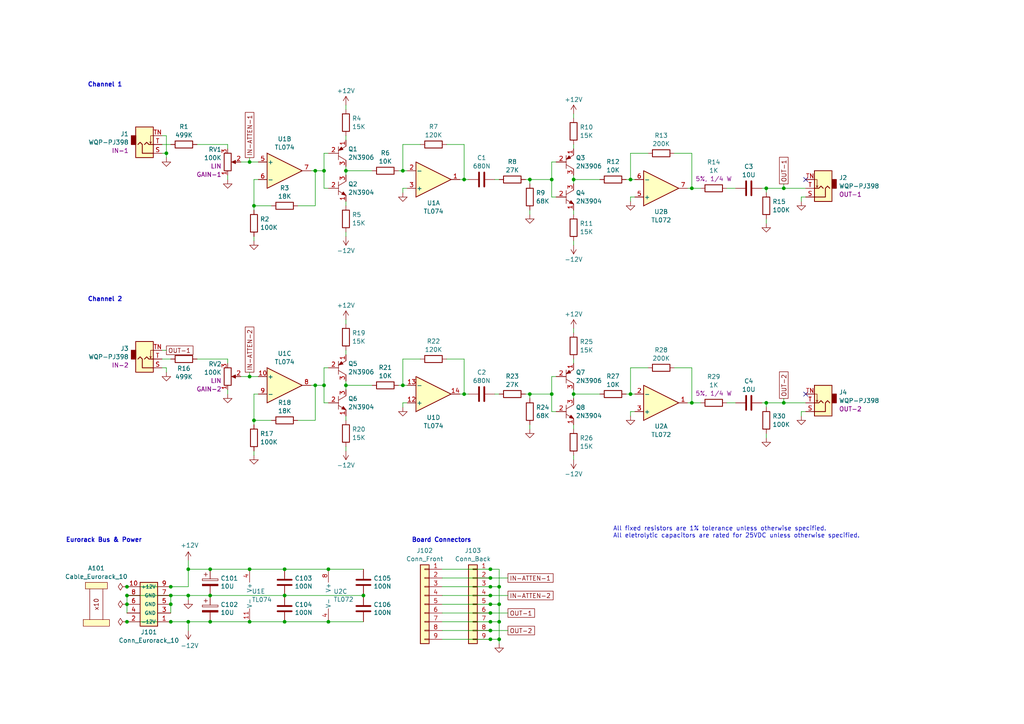
<source format=kicad_sch>
(kicad_sch (version 20230121) (generator eeschema)
  (paper "A4")
  (title_block (title "Eurorack Wavefolder Module") (date "2024-04-04") (rev "2.0") (company "https://lenp.net/synth/") (comment 1 "Len Popp") (comment 2 "Acknowledgements: Ken Stone; yusynth") (comment 3 "Copyright © 2024 Len Popp CC BY") (comment 4 "Eurorack wavefolder module - 4HP"))
  (lib_symbols
    (symbol "-lmp-opamp:TL072" (pin_names (offset 0.127))
      (property "Reference" "U" (at 0 5.08 0))
      (property "Value" "TL072" (at 0 -5.08 0))
      (symbol "TL072_1_1"
        (pin output line (at 7.62 0 180) (length 2.54) (name "~") (number "1"))
        (pin input line (at -7.62 -2.54 0) (length 2.54) (name "-") (number "2"))
        (pin input line (at -7.62 2.54 0) (length 2.54) (name "+") (number "3"))
      )
      (symbol "TL072_2_1"
        (pin input line (at -7.62 2.54 0) (length 2.54) (name "+") (number "5"))
        (pin input line (at -7.62 -2.54 0) (length 2.54) (name "-") (number "6"))
        (pin output line (at 7.62 0 180) (length 2.54) (name "~") (number "7"))
      )
      (symbol "TL072_3_1"
        (pin power_in line (at -2.54 -7.62 90) (length 3.81) (name "V-") (number "4"))
        (pin power_in line (at -2.54 7.62 270) (length 3.81) (name "V+") (number "8"))
      )
    )
    (symbol "-lmp-opamp:TL074" (pin_names (offset 0.127))
      (property "Reference" "U" (at 0 5.08 0))
      (property "Value" "TL074" (at 0 -5.08 0))
      (symbol "TL074_1_1"
        (pin output line (at 7.62 0 180) (length 2.54) (name "~") (number "1"))
        (pin input line (at -7.62 -2.54 0) (length 2.54) (name "-") (number "2"))
        (pin input line (at -7.62 2.54 0) (length 2.54) (name "+") (number "3"))
      )
      (symbol "TL074_2_1"
        (pin input line (at -7.62 2.54 0) (length 2.54) (name "+") (number "5"))
        (pin input line (at -7.62 -2.54 0) (length 2.54) (name "-") (number "6"))
        (pin output line (at 7.62 0 180) (length 2.54) (name "~") (number "7"))
      )
      (symbol "TL074_3_1"
        (pin input line (at -7.62 2.54 0) (length 2.54) (name "+") (number "10"))
        (pin output line (at 7.62 0 180) (length 2.54) (name "~") (number "8"))
        (pin input line (at -7.62 -2.54 0) (length 2.54) (name "-") (number "9"))
      )
      (symbol "TL074_4_1"
        (pin input line (at -7.62 2.54 0) (length 2.54) (name "+") (number "12"))
        (pin input line (at -7.62 -2.54 0) (length 2.54) (name "-") (number "13"))
        (pin output line (at 7.62 0 180) (length 2.54) (name "~") (number "14"))
      )
      (symbol "TL074_5_1"
        (pin power_in line (at -2.54 -7.62 90) (length 3.81) (name "V-") (number "11"))
        (pin power_in line (at -2.54 7.62 270) (length 3.81) (name "V+") (number "4"))
      )
    )
    (symbol "-lmp-power:+12V" (power) (pin_names (offset 0))
      (property "Value" "+12V" (at 0 3.556 0))
      (symbol "+12V_1_1"
        (pin power_in line (at 0 0 90) (length 0) hide (name "+12V") (number "1"))
      )
    )
    (symbol "-lmp-power:-12V" (power) (pin_names (offset 0))
      (property "Value" "-12V" (at 0 -3.556 0))
      (symbol "-12V_1_1"
        (pin power_in line (at 0 0 270) (length 0) hide (name "-12V") (number "1"))
      )
    )
    (symbol "-lmp-power:GND" (power) (pin_numbers hide) (pin_names (offset 0) hide)
      (symbol "GND_1_1"
        (pin power_in line (at 0 0 270) (length 0) hide (name "GND") (number "1"))
      )
    )
    (symbol "-lmp-power:PWR_FLAG" (power) (pin_numbers hide) (pin_names (offset 0) hide)
      (property "Value" "PWR_FLAG" (at 0 3.81 0))
      (symbol "PWR_FLAG_0_0"
        (pin power_out line (at 0 0 90) (length 0) (name "pwr") (number "1"))
      )
    )
    (symbol "-lmp-synth:CNP_10U" (pin_numbers hide) (pin_names (offset 0.254))
      (property "Reference" "C" (at 0.635 2.54 0))
      (property "Value" "CNP_10U" (at 0.635 -2.54 0))
      (symbol "CNP_10U_1_1"
        (pin passive line (at 0 3.81 270) (length 2.794) (name "~") (number "1"))
        (pin passive line (at 0 -3.81 90) (length 2.794) (name "~") (number "2"))
      )
    )
    (symbol "-lmp-synth:CP_10U" (pin_numbers hide) (pin_names (offset 0.254))
      (property "Reference" "C" (at 0.635 2.54 0))
      (property "Value" "CP_10U" (at 0.635 -2.54 0))
      (symbol "CP_10U_1_1"
        (pin passive line (at 0 3.81 270) (length 2.794) (name "~") (number "1"))
        (pin passive line (at 0 -3.81 90) (length 2.794) (name "~") (number "2"))
      )
    )
    (symbol "-lmp-synth:Cable_Eurorack_10" (on_board no)
      (property "Reference" "A" (at 0 8.255 0))
      (property "Value" "Cable_Eurorack_10" (at 0 5.715 0))
      (symbol "Cable_Eurorack_10_0_0"
        (text "x10" (at 0 0 0) (effects (font (size 1.27 1.27))))
      )
    )
    (symbol "-lmp-synth:Conn_Eurorack_Pwr_10"
      (property "Reference" "J" (at 1.27 7.62 0))
      (property "Value" "Conn_Eurorack_Pwr_10" (at 1.27 -7.62 0))
      (symbol "Conn_Eurorack_Pwr_10_1_1"
        (pin power_in line (at 7.62 -5.08 180) (length 3.81) (name "-12V") (number "1"))
        (pin power_in line (at -5.08 5.08 0) (length 3.81) (name "~") (number "10"))
        (pin power_in line (at -5.08 -5.08 0) (length 3.81) (name "~") (number "2"))
        (pin power_in line (at 7.62 -2.54 180) (length 3.81) (name "GND") (number "3"))
        (pin power_in line (at -5.08 -2.54 0) (length 3.81) (name "~") (number "4"))
        (pin power_in line (at 7.62 0 180) (length 3.81) (name "GND") (number "5"))
        (pin power_in line (at -5.08 0 0) (length 3.81) (name "~") (number "6"))
        (pin power_in line (at 7.62 2.54 180) (length 3.81) (name "GND") (number "7"))
        (pin power_in line (at -5.08 2.54 0) (length 3.81) (name "~") (number "8"))
        (pin power_in line (at 7.62 5.08 180) (length 3.81) (name "+12V") (number "9"))
      )
    )
    (symbol "-lmp-synth:Jack_WQP-PJ398"
      (property "Reference" "J" (at 0 10.033 0))
      (property "Value" "Jack_WQP-PJ398" (at 0 7.62 0))
      (property "Label" "[label]" (at 0 5.207 0))
      (symbol "Jack_WQP-PJ398_1_1"
        (pin passive line (at 5.08 2.54 180) (length 2.54) (name "~") (number "S"))
        (pin passive line (at 5.08 0 180) (length 2.54) (name "~") (number "T"))
        (pin passive line (at 5.08 -2.54 180) (length 2.54) (name "~") (number "TN"))
      )
    )
    (symbol "-lmp-synth:R_1K_Output" (pin_numbers hide) (pin_names (offset 0))
      (property "Reference" "R" (at -2.286 0 90))
      (property "Value" "R_1K_Output" (at 2.413 0 90))
      (property "Value2" "5%, 1/4 W" (at 4.445 0 90))
      (symbol "R_1K_Output_1_1"
        (pin passive line (at 0 3.81 270) (length 1.27) (name "~") (number "1"))
        (pin passive line (at 0 -3.81 90) (length 1.27) (name "~") (number "2"))
      )
    )
    (symbol "-lmp-synth:R_POT_Panel_PCB_Alpha" (pin_names (offset 1.016) hide)
      (property "Reference" "RV" (at -9.144 0 90))
      (property "Value" "R_POT_Panel_PCB_Alpha" (at -7.239 0 90))
      (property "Value2" "[LIN/LOG]" (at -5.207 0 90))
      (property "Label" "[label]" (at -3.175 0 90))
      (symbol "R_POT_Panel_PCB_Alpha_1_1"
        (pin passive line (at 0 3.81 270) (length 1.27) (name "1") (number "1"))
        (pin passive line (at 3.81 0 180) (length 1.27) (name "2") (number "2"))
        (pin passive line (at 0 -3.81 90) (length 1.27) (name "3") (number "3"))
      )
    )
    (symbol "-lmp:CC_100N" (pin_numbers hide) (pin_names (offset 0.254))
      (property "Reference" "C" (at 0.635 2.54 0))
      (property "Value" "CC_100N" (at 0.635 -2.54 0))
      (symbol "CC_100N_1_1"
        (pin passive line (at 0 3.81 270) (length 2.794) (name "~") (number "1"))
        (pin passive line (at 0 -3.81 90) (length 2.794) (name "~") (number "2"))
      )
    )
    (symbol "-lmp:CF" (pin_numbers hide) (pin_names (offset 0.254))
      (property "Reference" "C" (at 0.635 2.54 0))
      (property "Value" "CF" (at 0.635 -2.54 0))
      (symbol "CF_1_1"
        (pin passive line (at 0 3.81 270) (length 2.794) (name "~") (number "1"))
        (pin passive line (at 0 -3.81 90) (length 2.794) (name "~") (number "2"))
      )
    )
    (symbol "-lmp:Q_NPN_2N3904" (pin_names (offset 0) hide)
      (property "Reference" "Q" (at 4.445 1.905 0))
      (property "Value" "Q_NPN_2N3904" (at 4.445 0 0))
      (symbol "Q_NPN_2N3904_1_1"
        (pin passive line (at 2.54 -3.81 90) (length 1.778) (name "E") (number "1"))
        (pin passive line (at -2.54 0 0) (length 2.921) (name "B") (number "2"))
        (pin passive line (at 2.54 3.81 270) (length 1.778) (name "C") (number "3"))
      )
    )
    (symbol "-lmp:Q_PNP_2N3906" (pin_names (offset 0) hide)
      (property "Reference" "Q" (at 4.445 1.905 0))
      (property "Value" "Q_PNP_2N3906" (at 4.445 0 0))
      (symbol "Q_PNP_2N3906_1_1"
        (pin passive line (at 2.54 3.81 270) (length 1.778) (name "E") (number "1"))
        (pin passive line (at -2.54 0 0) (length 2.921) (name "B") (number "2"))
        (pin passive line (at 2.54 -3.81 90) (length 1.778) (name "C") (number "3"))
      )
    )
    (symbol "-lmp:R_1%_0W166" (pin_numbers hide) (pin_names (offset 0))
      (property "Reference" "R" (at -2.286 0 90))
      (property "Value" "R_1%_0W166" (at 2.413 0 90))
      (symbol "R_1%_0W166_1_1"
        (pin passive line (at 0 3.81 270) (length 1.27) (name "~") (number "1"))
        (pin passive line (at 0 -3.81 90) (length 1.27) (name "~") (number "2"))
      )
    )
    (symbol "CP_10U_2" (pin_numbers hide) (pin_names (offset 0.254))
      (property "Reference" "C" (at 0.635 2.54 0))
      (property "Value" "CP_10U_2" (at 0.635 -2.54 0))
      (symbol "CP_10U_2_1_1"
        (pin passive line (at 0 3.81 270) (length 2.794) (name "~") (number "1"))
        (pin passive line (at 0 -3.81 90) (length 2.794) (name "~") (number "2"))
      )
    )
    (symbol "Connector_Generic:Conn_01x09" (pin_names (offset 1.016) hide)
      (property "Reference" "J" (at 0 12.7 0))
      (property "Value" "Conn_01x09" (at 0 -12.7 0))
      (symbol "Conn_01x09_1_1"
        (pin passive line (at -5.08 10.16 0) (length 3.81) (name "Pin_1") (number "1"))
        (pin passive line (at -5.08 7.62 0) (length 3.81) (name "Pin_2") (number "2"))
        (pin passive line (at -5.08 5.08 0) (length 3.81) (name "Pin_3") (number "3"))
        (pin passive line (at -5.08 2.54 0) (length 3.81) (name "Pin_4") (number "4"))
        (pin passive line (at -5.08 0 0) (length 3.81) (name "Pin_5") (number "5"))
        (pin passive line (at -5.08 -2.54 0) (length 3.81) (name "Pin_6") (number "6"))
        (pin passive line (at -5.08 -5.08 0) (length 3.81) (name "Pin_7") (number "7"))
        (pin passive line (at -5.08 -7.62 0) (length 3.81) (name "Pin_8") (number "8"))
        (pin passive line (at -5.08 -10.16 0) (length 3.81) (name "Pin_9") (number "9"))
      )
    )
    (symbol "GND_3" (power) (pin_numbers hide) (pin_names (offset 0) hide)
      (symbol "GND_3_1_1"
        (pin power_in line (at 0 0 270) (length 0) hide (name "GND") (number "1"))
      )
    )
  )
  (junction (at 60.96 180.34))
  (junction (at 227.33 54.61))
  (junction (at 82.55 165.1))
  (junction (at 36.83 170.18))
  (junction (at 91.44 49.53))
  (junction (at 144.78 180.34))
  (junction (at 49.53 170.18))
  (junction (at 144.78 185.42))
  (junction (at 95.25 180.34))
  (junction (at 166.37 114.3))
  (junction (at 144.78 170.18))
  (junction (at 36.83 180.34))
  (junction (at 134.62 114.3))
  (junction (at 49.53 175.26))
  (junction (at 160.02 52.07))
  (junction (at 72.39 46.99))
  (junction (at 222.25 116.84))
  (junction (at 105.41 172.72))
  (junction (at 116.84 49.53))
  (junction (at 142.24 185.42))
  (junction (at 153.67 52.07))
  (junction (at 73.66 59.69))
  (junction (at 142.24 180.34))
  (junction (at 82.55 172.72))
  (junction (at 100.33 111.76))
  (junction (at 166.37 52.07))
  (junction (at 142.24 175.26))
  (junction (at 142.24 165.1))
  (junction (at 182.88 114.3))
  (junction (at 142.24 167.64))
  (junction (at 48.26 44.45))
  (junction (at 100.33 49.53))
  (junction (at 160.02 114.3))
  (junction (at 144.78 175.26))
  (junction (at 222.25 54.61))
  (junction (at 116.84 111.76))
  (junction (at 72.39 165.1))
  (junction (at 73.66 121.92))
  (junction (at 60.96 172.72))
  (junction (at 72.39 180.34))
  (junction (at 54.61 180.34))
  (junction (at 95.25 165.1))
  (junction (at 54.61 165.1))
  (junction (at 93.98 111.76))
  (junction (at 200.66 116.84))
  (junction (at 93.98 49.53))
  (junction (at 227.33 116.84))
  (junction (at 134.62 52.07))
  (junction (at 182.88 52.07))
  (junction (at 200.66 54.61))
  (junction (at 142.24 172.72))
  (junction (at 60.96 165.1))
  (junction (at 142.24 170.18))
  (junction (at 72.39 109.22))
  (junction (at 153.67 114.3))
  (junction (at 49.53 172.72))
  (junction (at 91.44 111.76))
  (junction (at 36.83 175.26))
  (junction (at 82.55 180.34))
  (junction (at 36.83 172.72))
  (junction (at 142.24 177.8))
  (junction (at 142.24 182.88))
  (junction (at 49.53 180.34))
  (junction (at 54.61 172.72))
  (no_connect (at 233.68 114.3))
  (no_connect (at 233.68 52.07))
  (wire (pts (xy 144.78 52.07) (xy 143.51 52.07)))
  (wire (pts (xy 78.74 59.69) (xy 73.66 59.69)))
  (wire (pts (xy 128.27 180.34) (xy 142.24 180.34)))
  (wire (pts (xy 222.25 116.84) (xy 227.33 116.84)))
  (wire (pts (xy 36.83 175.26) (xy 36.83 172.72)))
  (wire (pts (xy 36.83 177.8) (xy 36.83 175.26)))
  (wire (pts (xy 129.54 41.91) (xy 134.62 41.91)))
  (wire (pts (xy 90.17 111.76) (xy 91.44 111.76)))
  (wire (pts (xy 49.53 177.8) (xy 49.53 175.26)))
  (wire (pts (xy 166.37 132.08) (xy 166.37 133.35)))
  (wire (pts (xy 134.62 114.3) (xy 134.62 104.14)))
  (wire (pts (xy 166.37 52.07) (xy 173.99 52.07)))
  (wire (pts (xy 48.26 39.37) (xy 48.26 44.45)))
  (wire (pts (xy 222.25 54.61) (xy 220.98 54.61)))
  (wire (pts (xy 66.04 113.03) (xy 66.04 114.3)))
  (wire (pts (xy 95.25 106.68) (xy 93.98 106.68)))
  (wire (pts (xy 144.78 180.34) (xy 144.78 175.26)))
  (wire (pts (xy 222.25 127) (xy 222.25 125.73)))
  (wire (pts (xy 57.15 104.14) (xy 66.04 104.14)))
  (wire (pts (xy 116.84 111.76) (xy 118.11 111.76)))
  (wire (pts (xy 166.37 95.25) (xy 166.37 96.52)))
  (wire (pts (xy 166.37 60.96) (xy 166.37 62.23)))
  (wire (pts (xy 142.24 175.26) (xy 144.78 175.26)))
  (wire (pts (xy 73.66 59.69) (xy 73.66 60.96)))
  (wire (pts (xy 100.33 58.42) (xy 100.33 59.69)))
  (wire (pts (xy 222.25 64.77) (xy 222.25 63.5)))
  (wire (pts (xy 200.66 44.45) (xy 195.58 44.45)))
  (wire (pts (xy 133.35 114.3) (xy 134.62 114.3)))
  (wire (pts (xy 227.33 115.57) (xy 227.33 116.84)))
  (wire (pts (xy 222.25 118.11) (xy 222.25 116.84)))
  (wire (pts (xy 166.37 114.3) (xy 166.37 115.57)))
  (wire (pts (xy 142.24 172.72) (xy 147.32 172.72)))
  (wire (pts (xy 54.61 172.72) (xy 54.61 173.99)))
  (wire (pts (xy 72.39 45.72) (xy 72.39 46.99)))
  (wire (pts (xy 57.15 41.91) (xy 66.04 41.91)))
  (wire (pts (xy 48.26 44.45) (xy 48.26 45.72)))
  (wire (pts (xy 91.44 59.69) (xy 86.36 59.69)))
  (wire (pts (xy 166.37 41.91) (xy 166.37 43.18)))
  (wire (pts (xy 227.33 53.34) (xy 227.33 54.61)))
  (wire (pts (xy 166.37 33.02) (xy 166.37 34.29)))
  (wire (pts (xy 199.39 116.84) (xy 200.66 116.84)))
  (wire (pts (xy 134.62 52.07) (xy 134.62 41.91)))
  (wire (pts (xy 233.68 57.15) (xy 232.41 57.15)))
  (wire (pts (xy 100.33 111.76) (xy 107.95 111.76)))
  (wire (pts (xy 54.61 180.34) (xy 49.53 180.34)))
  (wire (pts (xy 73.66 114.3) (xy 74.93 114.3)))
  (wire (pts (xy 166.37 50.8) (xy 166.37 52.07)))
  (wire (pts (xy 128.27 170.18) (xy 142.24 170.18)))
  (wire (pts (xy 153.67 114.3) (xy 160.02 114.3)))
  (wire (pts (xy 213.36 54.61) (xy 210.82 54.61)))
  (wire (pts (xy 128.27 177.8) (xy 142.24 177.8)))
  (wire (pts (xy 166.37 113.03) (xy 166.37 114.3)))
  (wire (pts (xy 116.84 104.14) (xy 116.84 111.76)))
  (wire (pts (xy 95.25 180.34) (xy 105.41 180.34)))
  (wire (pts (xy 54.61 165.1) (xy 54.61 170.18)))
  (wire (pts (xy 54.61 170.18) (xy 49.53 170.18)))
  (wire (pts (xy 142.24 167.64) (xy 147.32 167.64)))
  (wire (pts (xy 54.61 172.72) (xy 49.53 172.72)))
  (wire (pts (xy 161.29 109.22) (xy 160.02 109.22)))
  (wire (pts (xy 128.27 185.42) (xy 142.24 185.42)))
  (wire (pts (xy 128.27 175.26) (xy 142.24 175.26)))
  (wire (pts (xy 161.29 46.99) (xy 160.02 46.99)))
  (wire (pts (xy 144.78 175.26) (xy 144.78 170.18)))
  (wire (pts (xy 93.98 116.84) (xy 95.25 116.84)))
  (wire (pts (xy 144.78 114.3) (xy 143.51 114.3)))
  (wire (pts (xy 227.33 54.61) (xy 233.68 54.61)))
  (wire (pts (xy 100.33 120.65) (xy 100.33 121.92)))
  (wire (pts (xy 100.33 111.76) (xy 100.33 113.03)))
  (wire (pts (xy 233.68 119.38) (xy 232.41 119.38)))
  (wire (pts (xy 222.25 54.61) (xy 227.33 54.61)))
  (wire (pts (xy 129.54 104.14) (xy 134.62 104.14)))
  (wire (pts (xy 232.41 119.38) (xy 232.41 120.65)))
  (wire (pts (xy 199.39 54.61) (xy 200.66 54.61)))
  (wire (pts (xy 72.39 46.99) (xy 74.93 46.99)))
  (wire (pts (xy 100.33 48.26) (xy 100.33 49.53)))
  (wire (pts (xy 72.39 165.1) (xy 82.55 165.1)))
  (wire (pts (xy 54.61 172.72) (xy 60.96 172.72)))
  (wire (pts (xy 184.15 57.15) (xy 182.88 57.15)))
  (wire (pts (xy 182.88 57.15) (xy 182.88 58.42)))
  (wire (pts (xy 182.88 114.3) (xy 184.15 114.3)))
  (wire (pts (xy 153.67 115.57) (xy 153.67 114.3)))
  (wire (pts (xy 166.37 104.14) (xy 166.37 105.41)))
  (wire (pts (xy 100.33 49.53) (xy 100.33 50.8)))
  (wire (pts (xy 100.33 110.49) (xy 100.33 111.76)))
  (wire (pts (xy 54.61 165.1) (xy 54.61 162.56)))
  (wire (pts (xy 153.67 114.3) (xy 152.4 114.3)))
  (wire (pts (xy 46.99 104.14) (xy 49.53 104.14)))
  (wire (pts (xy 200.66 116.84) (xy 200.66 106.68)))
  (wire (pts (xy 46.99 44.45) (xy 48.26 44.45)))
  (wire (pts (xy 118.11 54.61) (xy 116.84 54.61)))
  (wire (pts (xy 118.11 116.84) (xy 116.84 116.84)))
  (wire (pts (xy 232.41 57.15) (xy 232.41 58.42)))
  (wire (pts (xy 69.85 46.99) (xy 72.39 46.99)))
  (wire (pts (xy 166.37 69.85) (xy 166.37 71.12)))
  (wire (pts (xy 36.83 180.34) (xy 49.53 180.34)))
  (wire (pts (xy 54.61 180.34) (xy 60.96 180.34)))
  (wire (pts (xy 54.61 165.1) (xy 60.96 165.1)))
  (wire (pts (xy 166.37 52.07) (xy 166.37 53.34)))
  (wire (pts (xy 135.89 114.3) (xy 134.62 114.3)))
  (wire (pts (xy 60.96 165.1) (xy 72.39 165.1)))
  (wire (pts (xy 135.89 52.07) (xy 134.62 52.07)))
  (wire (pts (xy 128.27 172.72) (xy 142.24 172.72)))
  (wire (pts (xy 60.96 180.34) (xy 72.39 180.34)))
  (wire (pts (xy 73.66 130.81) (xy 73.66 132.08)))
  (wire (pts (xy 116.84 49.53) (xy 118.11 49.53)))
  (wire (pts (xy 91.44 111.76) (xy 91.44 121.92)))
  (wire (pts (xy 128.27 182.88) (xy 142.24 182.88)))
  (wire (pts (xy 184.15 119.38) (xy 182.88 119.38)))
  (wire (pts (xy 48.26 106.68) (xy 48.26 107.95)))
  (wire (pts (xy 82.55 165.1) (xy 95.25 165.1)))
  (wire (pts (xy 160.02 119.38) (xy 161.29 119.38)))
  (wire (pts (xy 142.24 165.1) (xy 144.78 165.1)))
  (wire (pts (xy 153.67 62.23) (xy 153.67 60.96)))
  (wire (pts (xy 133.35 52.07) (xy 134.62 52.07)))
  (wire (pts (xy 166.37 114.3) (xy 173.99 114.3)))
  (wire (pts (xy 153.67 124.46) (xy 153.67 123.19)))
  (wire (pts (xy 182.88 52.07) (xy 184.15 52.07)))
  (wire (pts (xy 144.78 170.18) (xy 144.78 165.1)))
  (wire (pts (xy 73.66 52.07) (xy 74.93 52.07)))
  (wire (pts (xy 73.66 121.92) (xy 73.66 123.19)))
  (wire (pts (xy 66.04 104.14) (xy 66.04 105.41)))
  (wire (pts (xy 100.33 129.54) (xy 100.33 130.81)))
  (wire (pts (xy 93.98 49.53) (xy 93.98 54.61)))
  (wire (pts (xy 72.39 109.22) (xy 74.93 109.22)))
  (wire (pts (xy 116.84 116.84) (xy 116.84 118.11)))
  (wire (pts (xy 73.66 59.69) (xy 73.66 52.07)))
  (wire (pts (xy 116.84 104.14) (xy 121.92 104.14)))
  (wire (pts (xy 153.67 53.34) (xy 153.67 52.07)))
  (wire (pts (xy 93.98 54.61) (xy 95.25 54.61)))
  (wire (pts (xy 142.24 182.88) (xy 147.32 182.88)))
  (wire (pts (xy 78.74 121.92) (xy 73.66 121.92)))
  (wire (pts (xy 91.44 121.92) (xy 86.36 121.92)))
  (wire (pts (xy 142.24 170.18) (xy 144.78 170.18)))
  (wire (pts (xy 142.24 180.34) (xy 144.78 180.34)))
  (wire (pts (xy 46.99 41.91) (xy 49.53 41.91)))
  (wire (pts (xy 142.24 185.42) (xy 144.78 185.42)))
  (wire (pts (xy 100.33 67.31) (xy 100.33 68.58)))
  (wire (pts (xy 200.66 106.68) (xy 195.58 106.68)))
  (wire (pts (xy 66.04 41.91) (xy 66.04 43.18)))
  (wire (pts (xy 73.66 121.92) (xy 73.66 114.3)))
  (wire (pts (xy 93.98 106.68) (xy 93.98 111.76)))
  (wire (pts (xy 116.84 41.91) (xy 116.84 49.53)))
  (wire (pts (xy 73.66 68.58) (xy 73.66 69.85)))
  (wire (pts (xy 69.85 109.22) (xy 72.39 109.22)))
  (wire (pts (xy 160.02 57.15) (xy 161.29 57.15)))
  (wire (pts (xy 91.44 49.53) (xy 93.98 49.53)))
  (wire (pts (xy 187.96 44.45) (xy 182.88 44.45)))
  (wire (pts (xy 72.39 180.34) (xy 82.55 180.34)))
  (wire (pts (xy 144.78 185.42) (xy 144.78 180.34)))
  (wire (pts (xy 128.27 165.1) (xy 142.24 165.1)))
  (wire (pts (xy 93.98 111.76) (xy 93.98 116.84)))
  (wire (pts (xy 49.53 170.18) (xy 36.83 170.18)))
  (wire (pts (xy 100.33 49.53) (xy 107.95 49.53)))
  (wire (pts (xy 115.57 49.53) (xy 116.84 49.53)))
  (wire (pts (xy 46.99 101.6) (xy 48.26 101.6)))
  (wire (pts (xy 36.83 172.72) (xy 49.53 172.72)))
  (wire (pts (xy 95.25 44.45) (xy 93.98 44.45)))
  (wire (pts (xy 100.33 92.71) (xy 100.33 93.98)))
  (wire (pts (xy 60.96 172.72) (xy 82.55 172.72)))
  (wire (pts (xy 153.67 52.07) (xy 152.4 52.07)))
  (wire (pts (xy 82.55 172.72) (xy 105.41 172.72)))
  (wire (pts (xy 182.88 106.68) (xy 182.88 114.3)))
  (wire (pts (xy 100.33 30.48) (xy 100.33 31.75)))
  (wire (pts (xy 153.67 52.07) (xy 160.02 52.07)))
  (wire (pts (xy 222.25 116.84) (xy 220.98 116.84)))
  (wire (pts (xy 227.33 116.84) (xy 233.68 116.84)))
  (wire (pts (xy 116.84 54.61) (xy 116.84 55.88)))
  (wire (pts (xy 187.96 106.68) (xy 182.88 106.68)))
  (wire (pts (xy 93.98 44.45) (xy 93.98 49.53)))
  (wire (pts (xy 166.37 123.19) (xy 166.37 124.46)))
  (wire (pts (xy 90.17 49.53) (xy 91.44 49.53)))
  (wire (pts (xy 160.02 114.3) (xy 160.02 119.38)))
  (wire (pts (xy 181.61 114.3) (xy 182.88 114.3)))
  (wire (pts (xy 82.55 180.34) (xy 95.25 180.34)))
  (wire (pts (xy 160.02 46.99) (xy 160.02 52.07)))
  (wire (pts (xy 144.78 186.69) (xy 144.78 185.42)))
  (wire (pts (xy 160.02 109.22) (xy 160.02 114.3)))
  (wire (pts (xy 46.99 39.37) (xy 48.26 39.37)))
  (wire (pts (xy 115.57 111.76) (xy 116.84 111.76)))
  (wire (pts (xy 72.39 107.95) (xy 72.39 109.22)))
  (wire (pts (xy 128.27 167.64) (xy 142.24 167.64)))
  (wire (pts (xy 91.44 49.53) (xy 91.44 59.69)))
  (wire (pts (xy 100.33 101.6) (xy 100.33 102.87)))
  (wire (pts (xy 200.66 54.61) (xy 200.66 44.45)))
  (wire (pts (xy 100.33 39.37) (xy 100.33 40.64)))
  (wire (pts (xy 203.2 116.84) (xy 200.66 116.84)))
  (wire (pts (xy 222.25 55.88) (xy 222.25 54.61)))
  (wire (pts (xy 91.44 111.76) (xy 93.98 111.76)))
  (wire (pts (xy 66.04 50.8) (xy 66.04 52.07)))
  (wire (pts (xy 182.88 119.38) (xy 182.88 120.65)))
  (wire (pts (xy 95.25 165.1) (xy 105.41 165.1)))
  (wire (pts (xy 181.61 52.07) (xy 182.88 52.07)))
  (wire (pts (xy 182.88 44.45) (xy 182.88 52.07)))
  (wire (pts (xy 213.36 116.84) (xy 210.82 116.84)))
  (wire (pts (xy 54.61 182.88) (xy 54.61 180.34)))
  (wire (pts (xy 203.2 54.61) (xy 200.66 54.61)))
  (wire (pts (xy 46.99 106.68) (xy 48.26 106.68)))
  (wire (pts (xy 160.02 52.07) (xy 160.02 57.15)))
  (wire (pts (xy 49.53 172.72) (xy 49.53 175.26)))
  (wire (pts (xy 116.84 41.91) (xy 121.92 41.91)))
  (wire (pts (xy 142.24 177.8) (xy 147.32 177.8)))
  (text "All fixed resistors are 1% tolerance unless otherwise specified.\nAll eletrolytic capacitors are rated for 25VDC unless otherwise specified." (at 177.8 156.21 0) (effects (font (size 1.27 1.27)) (justify left bottom)))
  (text "Eurorack Bus & Power" (at 19.05 157.48 0) (effects (font (size 1.27 1.27) (thickness 0.254) bold) (justify left bottom)))
  (text "Board Connectors" (at 119.38 157.48 0) (effects (font (size 1.27 1.27) (thickness 0.254) bold) (justify left bottom)))
  (text "Channel 2" (at 25.4 87.63 0) (effects (font (size 1.27 1.27) (thickness 0.254) bold) (justify left bottom)))
  (text "Channel 1" (at 25.4 25.4 0) (effects (font (size 1.27 1.27) (thickness 0.254) bold) (justify left bottom)))
  (global_label "IN-ATTEN-1" (shape passive) (at 72.39 45.72 90) (property "Intersheetrefs" "${INTERSHEET_REFS}" (effects hide)))
  (global_label "OUT-2" (shape passive) (at 227.33 115.57 90) (property "Intersheetrefs" "${INTERSHEET_REFS}" (effects hide)))
  (global_label "IN-ATTEN-2" (shape passive) (at 72.39 107.95 90) (property "Intersheetrefs" "${INTERSHEET_REFS}" (effects hide)))
  (global_label "OUT-1" (shape passive) (at 227.33 53.34 90) (property "Intersheetrefs" "${INTERSHEET_REFS}" (effects hide)))
  (global_label "IN-ATTEN-1" (shape passive) (at 147.32 167.64 0) (property "Intersheetrefs" "${INTERSHEET_REFS}" (effects hide)))
  (global_label "OUT-2" (shape passive) (at 147.32 182.88 0) (property "Intersheetrefs" "${INTERSHEET_REFS}" (effects hide)))
  (global_label "IN-ATTEN-2" (shape passive) (at 147.32 172.72 0) (property "Intersheetrefs" "${INTERSHEET_REFS}" (effects hide)))
  (global_label "OUT-1" (shape passive) (at 48.26 101.6 0) (property "Intersheetrefs" "${INTERSHEET_REFS}" (effects hide)))
  (global_label "OUT-1" (shape passive) (at 147.32 177.8 0) (property "Intersheetrefs" "${INTERSHEET_REFS}" (effects hide)))
  (symbol (lib_id "-lmp-opamp:TL072") (at 97.79 172.72 0) (unit 3)
    (property "Reference" "U2" (at 96.7232 171.5516 0) (effects (justify left)))
    (property "Value" "TL072" (at 96.7232 173.863 0) (effects (justify left)))
    (property "Footprint" "Package_DIP:DIP-8_W7.62mm" (effects hide))
    (property "Datasheet" "https://www.ti.com/lit/ds/symlink/tl072b.pdf?ts=1628812694194" (effects hide))
    (property "Manufacturer" "Texas Instruments" (effects hide))
    (property "ManufacturerPartNum" "TL072BCP" (effects hide))
    (property "Distributor" "Mouser" (effects hide))
    (property "DistributorPartNum" "595-TL072BCP" (effects hide))
    (property "DistributorPartLink" "https://www.mouser.ca/ProductDetail/Texas-Instruments/TL072BCP?qs=p6YqzpSxLIxmo8AyZLsP4g%3D%3D" (effects hide))
  )
  (symbol (lib_id "-lmp:R_1%_0W166") (at 100.33 125.73 0) (unit 1)
    (property "Reference" "R20" (at 102.108 124.5179 0) (effects (justify left)))
    (property "Value" "15K" (at 102.108 126.9421 0) (effects (justify left)))
    (property "Footprint" "-lmp-stripboard:SB_Gen_1" (effects hide))
    (property "Datasheet" "https://www.mouser.ca/datasheet/2/447/YAGEO_MFR_datasheet_2023v3-3324391.pdf" (effects hide))
    (property "Manufacturer" "YAGEO" (effects hide))
    (property "ManufacturerPartNum" "MFR-12*" (effects hide))
    (property "Distributor" "Mouser" (effects hide))
    (property "DistributorPartNum" "603-MFR-12*" (effects hide))
    (property "DistributorPartLink" "https://www.mouser.ca/c/?m=YAGEO&power+rating=166+mW+(1%2f6+W)&tolerance=1+%25&instock=y" (effects hide))
    (property "Value2" "1%, 1/6 W" (effects hide))
  )
  (symbol (lib_id "-lmp:CF") (at 139.7 114.3 90) (unit 1)
    (property "Reference" "C2" (at 139.7 107.9967 90))
    (property "Value" "680N" (at 139.7 110.4209 90))
    (property "Footprint" "-lmp-misc:C_Rect_L7.2mm_W4.5mm_P5.00mm" (effects hide))
    (property "Datasheet" "https://www.mouser.ca/datasheet/2/212/1/KEM_F3101_R82-1103738.pdf" (effects hide))
    (property "Manufacturer" "KEMET" (effects hide))
    (property "ManufacturerPartNum" "R82DC3680AA60K" (effects hide))
    (property "Distributor" "Mouser" (effects hide))
    (property "DistributorPartNum" "80-R82DC3680AA60K" (effects hide))
    (property "DistributorPartLink" "https://www.mouser.ca/ProductDetail/?qs=Jv4FAWB%252B0HZwVuYoWb%2F8xA%3D%3D" (effects hide))
  )
  (symbol (lib_id "-lmp-power:GND") (at 222.25 127 0) (unit 1)
    (property "Reference" "#PWR021" (effects hide))
    (property "Value" "GND" (effects hide))
  )
  (symbol (lib_id "Connector_Generic:Conn_01x09") (at 137.16 175.26 0) (mirror y) (unit 1)
    (property "Reference" "J103" (at 137.16 159.6857 0))
    (property "Value" "Conn_Back" (at 137.16 162.1099 0))
    (property "Footprint" "Connector_PinHeader_2.54mm:PinHeader_1x09_P2.54mm_Horizontal" (effects hide))
    (property "Distributor" "Adafruit" (effects hide))
    (property "Distributor2" "Mouser" (effects hide))
    (property "DistributorPartLink" "https://www.adafruit.com/product/1540" (effects hide))
    (property "DistributorPartLink2" "https://www.mouser.ca/ProductDetail/Amphenol-FCI/10129379-936001BLF?qs=0lQeLiL1qyaSuTs3FuCL%2FQ%3D%3D" (effects hide))
    (property "DistributorPartNum" "1540" (effects hide))
    (property "DistributorPartNum2" "649-1012937993601BLF" (effects hide))
  )
  (symbol (lib_id "-lmp-opamp:TL072") (at 191.77 54.61 0) (mirror x) (unit 2)
    (property "Reference" "U2" (at 191.77 61.4101 0))
    (property "Value" "TL072" (at 191.77 63.8343 0))
    (property "Footprint" "Package_DIP:DIP-8_W7.62mm" (effects hide))
    (property "Datasheet" "https://www.ti.com/lit/ds/symlink/tl072b.pdf?ts=1628812694194" (effects hide))
    (property "Manufacturer" "Texas Instruments" (effects hide))
    (property "ManufacturerPartNum" "TL072BCP" (effects hide))
    (property "Distributor" "Mouser" (effects hide))
    (property "DistributorPartNum" "595-TL072BCP" (effects hide))
    (property "DistributorPartLink" "https://www.mouser.ca/ProductDetail/Texas-Instruments/TL072BCP?qs=p6YqzpSxLIxmo8AyZLsP4g%3D%3D" (effects hide))
  )
  (symbol (lib_id "-lmp:Q_PNP_2N3906") (at 163.83 109.22 0) (unit 1)
    (property "Reference" "Q7" (at 167.005 108.0079 0) (effects (justify left)))
    (property "Value" "2N3906" (at 167.005 110.4321 0) (effects (justify left)))
    (property "Footprint" "-lmp-misc:TO-92_Inline_Wide" (effects hide))
    (property "Datasheet" "https://www.onsemi.com/pub/Collateral/2N3906-D.PDF" (effects hide))
    (property "Manufacturer" "ON Semiconductor / Fairchild" (effects hide))
    (property "ManufacturerPartNum" "2N3906TAR" (effects hide))
    (property "Distributor" "Mouser" (effects hide))
    (property "DistributorPartNum" "512-2N3906TAR" (effects hide))
    (property "DistributorPartLink" "https://www.mouser.ca/ProductDetail/ON-Semiconductor-Fairchild/2N3906TAR?qs=VnWRSnLxLU2ypWvU5pgBbw%3D%3D" (effects hide))
  )
  (symbol (lib_id "-lmp-opamp:TL074") (at 82.55 111.76 0) (unit 3)
    (property "Reference" "U1" (at 82.55 102.5357 0))
    (property "Value" "TL074" (at 82.55 104.9599 0))
    (property "Footprint" "Package_DIP:DIP-14_W7.62mm" (effects hide))
    (property "Datasheet" "http://www.ti.com/lit/ds/symlink/tl071.pdf" (effects hide))
    (property "Manufacturer" "Texas Instruments" (effects hide))
    (property "ManufacturerPartNum" "TL074BCN" (effects hide))
    (property "Distributor" "Mouser" (effects hide))
    (property "DistributorPartNum" "595-TL074BCN" (effects hide))
    (property "DistributorPartLink" "https://www.mouser.ca/ProductDetail/?qs=vxEfx8VrU7BHurOY5iQdiA%3D%3D" (effects hide))
  )
  (symbol (lib_id "-lmp:R_1%_0W166") (at 53.34 41.91 90) (unit 1)
    (property "Reference" "R1" (at 53.34 36.7497 90))
    (property "Value" "499K" (at 53.34 39.1739 90))
    (property "Footprint" "-lmp-misc:R_Axial_DIN0207_L6.3mm_D2.5mm_P7.62mm_Horizontal" (effects hide))
    (property "Datasheet" "https://www.mouser.ca/datasheet/2/447/YAGEO_MFR_datasheet_2023v3-3324391.pdf" (effects hide))
    (property "Manufacturer" "YAGEO" (effects hide))
    (property "ManufacturerPartNum" "MFR-12*" (effects hide))
    (property "Distributor" "Mouser" (effects hide))
    (property "DistributorPartNum" "603-MFR-12*" (effects hide))
    (property "DistributorPartLink" "https://www.mouser.ca/c/?m=YAGEO&power+rating=166+mW+(1%2f6+W)&tolerance=1+%25&instock=y" (effects hide))
    (property "Value2" "1%, 1/6 W" (effects hide))
  )
  (symbol (lib_id "-lmp:R_1%_0W166") (at 166.37 66.04 0) (unit 1)
    (property "Reference" "R11" (at 168.148 64.8279 0) (effects (justify left)))
    (property "Value" "15K" (at 168.148 67.2521 0) (effects (justify left)))
    (property "Footprint" "-lmp-misc:R_Axial_DIN0207_L6.3mm_D2.5mm_P7.62mm_Horizontal" (effects hide))
    (property "Datasheet" "https://www.mouser.ca/datasheet/2/447/YAGEO_MFR_datasheet_2023v3-3324391.pdf" (effects hide))
    (property "Manufacturer" "YAGEO" (effects hide))
    (property "ManufacturerPartNum" "MFR-12*" (effects hide))
    (property "Distributor" "Mouser" (effects hide))
    (property "DistributorPartNum" "603-MFR-12*" (effects hide))
    (property "DistributorPartLink" "https://www.mouser.ca/c/?m=YAGEO&power+rating=166+mW+(1%2f6+W)&tolerance=1+%25&instock=y" (effects hide))
    (property "Value2" "1%, 1/6 W" (effects hide))
  )
  (symbol (lib_id "-lmp-power:GND") (at 182.88 58.42 0) (unit 1)
    (property "Reference" "#PWR08" (effects hide))
    (property "Value" "GND" (effects hide))
  )
  (symbol (lib_id "-lmp-power:PWR_FLAG") (at 36.83 170.18 90) (unit 1)
    (property "Reference" "#FLG0102" (effects hide))
    (property "Value" "PWR_FLAG" (effects hide))
  )
  (symbol (lib_id "-lmp-power:+12V") (at 100.33 30.48 0) (unit 1)
    (property "Reference" "#PWR03" (effects hide))
    (property "Value" "+12V" (at 100.33 26.3469 0))
  )
  (symbol (lib_id "-lmp:R_1%_0W166") (at 153.67 57.15 0) (unit 1)
    (property "Reference" "R9" (at 155.448 55.9379 0) (effects (justify left)))
    (property "Value" "68K" (at 155.448 58.3621 0) (effects (justify left)))
    (property "Footprint" "-lmp-misc:R_Axial_DIN0207_L6.3mm_D2.5mm_P7.62mm_Horizontal" (effects hide))
    (property "Datasheet" "https://www.mouser.ca/datasheet/2/447/YAGEO_MFR_datasheet_2023v3-3324391.pdf" (effects hide))
    (property "Manufacturer" "YAGEO" (effects hide))
    (property "ManufacturerPartNum" "MFR-12*" (effects hide))
    (property "Distributor" "Mouser" (effects hide))
    (property "DistributorPartNum" "603-MFR-12*" (effects hide))
    (property "DistributorPartLink" "https://www.mouser.ca/c/?m=YAGEO&power+rating=166+mW+(1%2f6+W)&tolerance=1+%25&instock=y" (effects hide))
    (property "Value2" "1%, 1/6 W" (effects hide))
  )
  (symbol (lib_id "-lmp:R_1%_0W166") (at 82.55 59.69 90) (unit 1)
    (property "Reference" "R3" (at 82.55 54.5297 90))
    (property "Value" "18K" (at 82.55 56.9539 90))
    (property "Footprint" "-lmp-misc:R_Axial_DIN0207_L6.3mm_D2.5mm_P7.62mm_Horizontal" (effects hide))
    (property "Datasheet" "https://www.mouser.ca/datasheet/2/447/YAGEO_MFR_datasheet_2023v3-3324391.pdf" (effects hide))
    (property "Manufacturer" "YAGEO" (effects hide))
    (property "ManufacturerPartNum" "MFR-12*" (effects hide))
    (property "Distributor" "Mouser" (effects hide))
    (property "DistributorPartNum" "603-MFR-12*" (effects hide))
    (property "DistributorPartLink" "https://www.mouser.ca/c/?m=YAGEO&power+rating=166+mW+(1%2f6+W)&tolerance=1+%25&instock=y" (effects hide))
    (property "Value2" "1%, 1/6 W" (effects hide))
  )
  (symbol (lib_id "-lmp:R_1%_0W166") (at 153.67 119.38 0) (unit 1)
    (property "Reference" "R24" (at 155.448 118.1679 0) (effects (justify left)))
    (property "Value" "68K" (at 155.448 120.5921 0) (effects (justify left)))
    (property "Footprint" "-lmp-misc:R_Axial_DIN0207_L6.3mm_D2.5mm_P7.62mm_Horizontal" (effects hide))
    (property "Datasheet" "https://www.mouser.ca/datasheet/2/447/YAGEO_MFR_datasheet_2023v3-3324391.pdf" (effects hide))
    (property "Manufacturer" "YAGEO" (effects hide))
    (property "ManufacturerPartNum" "MFR-12*" (effects hide))
    (property "Distributor" "Mouser" (effects hide))
    (property "DistributorPartNum" "603-MFR-12*" (effects hide))
    (property "DistributorPartLink" "https://www.mouser.ca/c/?m=YAGEO&power+rating=166+mW+(1%2f6+W)&tolerance=1+%25&instock=y" (effects hide))
    (property "Value2" "1%, 1/6 W" (effects hide))
  )
  (symbol (lib_id "-lmp-synth:CP_10U") (at 60.96 176.53 0) (unit 1)
    (property "Reference" "C102" (at 63.9572 175.3616 0) (effects (justify left)))
    (property "Value" "10U" (at 63.9572 177.673 0) (effects (justify left)))
    (property "Footprint" "-lmp-misc:CP_Radial_D5.0mm_P2.50mm" (effects hide))
    (property "Datasheet" "https://www.mouser.ca/datasheet/2/315/ABA0000C1059-947582.pdf" (effects hide))
    (property "Manufacturer" "Panasonic" (effects hide))
    (property "ManufacturerPartNum" "ECE-A1VKS100I" (effects hide))
    (property "Distributor" "Mouser" (effects hide))
    (property "DistributorPartNum" "667-ECE-A1VKS100I" (effects hide))
    (property "DistributorPartLink" "https://www.mouser.ca/ProductDetail/667-ECE-A1VKS100I" (effects hide))
    (property "Value2" "35 VDC" (effects hide))
    (property "Note" "12 V decoupling" (effects hide))
    (property "Distributor2" "Thonk" (effects hide))
    (property "DistributorPartNum2" "Group_Eurorack_DIY_Essential" (effects hide))
    (property "DistributorPartLink2" "https://www.thonk.co.uk/shop/eurorack-diy-essentials/" (effects hide))
  )
  (symbol (lib_id "-lmp-power:GND") (at 73.66 69.85 0) (unit 1)
    (property "Reference" "#PWR01" (effects hide))
    (property "Value" "GND" (effects hide))
  )
  (symbol (lib_id "-lmp-synth:CNP_10U") (at 217.17 116.84 90) (unit 1)
    (property "Reference" "C4" (at 217.17 110.5367 90))
    (property "Value" "10U" (at 217.17 112.9609 90))
    (property "Footprint" "-lmp-misc:C_Radial_D5.0mm_H5.0mm_P2.50mm" (effects hide))
    (property "Datasheet" "https://www.mouser.ca/datasheet/2/315/ABA0000C1053-947510.pdf" (effects hide))
    (property "Note" "Non-polarized" (effects hide))
    (property "Manufacturer" "Panasonic" (effects hide))
    (property "ManufacturerPartNum" "ECE-A1EN100UI" (effects hide))
    (property "Distributor" "Mouser" (effects hide))
    (property "DistributorPartNum" "667-ECE-A1EN100UI" (effects hide))
    (property "DistributorPartLink" "https://www.mouser.ca/ProductDetail/Panasonic/ECE-A1EN100UI?qs=0h1gzos03f36mGOUyzNXaA%3D%3D" (effects hide))
  )
  (symbol (lib_id "-lmp-power:PWR_FLAG") (at 36.83 175.26 90) (unit 1)
    (property "Reference" "#FLG0103" (effects hide))
    (property "Value" "PWR_FLAG" (effects hide))
  )
  (symbol (lib_id "-lmp:R_1%_0W166") (at 148.59 114.3 90) (unit 1)
    (property "Reference" "R23" (at 148.59 109.1397 90))
    (property "Value" "27K" (at 148.59 111.5639 90))
    (property "Footprint" "-lmp-misc:R_Axial_DIN0207_L6.3mm_D2.5mm_P7.62mm_Horizontal" (effects hide))
    (property "Datasheet" "https://www.mouser.ca/datasheet/2/447/YAGEO_MFR_datasheet_2023v3-3324391.pdf" (effects hide))
    (property "Manufacturer" "YAGEO" (effects hide))
    (property "ManufacturerPartNum" "MFR-12*" (effects hide))
    (property "Distributor" "Mouser" (effects hide))
    (property "DistributorPartNum" "603-MFR-12*" (effects hide))
    (property "DistributorPartLink" "https://www.mouser.ca/c/?m=YAGEO&power+rating=166+mW+(1%2f6+W)&tolerance=1+%25&instock=y" (effects hide))
    (property "Value2" "1%, 1/6 W" (effects hide))
  )
  (symbol (lib_id "-lmp-power:GND") (at 116.84 118.11 0) (unit 1)
    (property "Reference" "#PWR016" (effects hide))
    (property "Value" "GND" (effects hide))
  )
  (symbol (lib_id "-lmp-synth:R_POT_Panel_PCB_Alpha") (at 66.04 109.22 0) (mirror x) (unit 1)
    (property "Reference" "RV2" (at 64.262 105.5837 0) (effects (justify right)))
    (property "Value" "100K" (at 64.262 108.0079 0) (effects (justify right)))
    (property "Footprint" "-lmp-synth:Potentiometer_Alpha_RD901F-40-00D_Single_Vertical" (effects hide))
    (property "Datasheet" "https://www.mouser.ca/datasheet/2/13/alpha_taiwan_08192019_RD901F-40-15R1-B(resistance_-1627810.pdf" (effects hide))
    (property "Value2" "LIN" (at 64.262 110.4321 0) (effects (justify right)))
    (property "Label" "GAIN-2" (at 64.262 112.8563 0) (effects (justify right)))
    (property "Manufacturer" "Alpha" (effects hide))
    (property "ManufacturerPartNum" "RD901F-*" (effects hide))
    (property "Distributor" "Thonk" (effects hide))
    (property "DistributorPartNum" "Group_Pot_Alpha_6.35mm" (effects hide))
    (property "DistributorPartLink" "https://www.thonk.co.uk/shop/alpha-9mm-pots/" (effects hide))
    (property "Distributor2" "Mouser" (effects hide))
    (property "DistributorPartNum2" "311-1940F-*" (effects hide))
    (property "DistributorPartLink2" "https://www.mouser.ca/c/passive-components/potentiometers-trimmers-rheostats/potentiometers/?q=RD901F&orientation=Vertical" (effects hide))
    (property "Distributor3" "SynthCube" (effects hide))
    (property "DistributorPartNum3" "9MMALPHAPOTMSTR" (effects hide))
    (property "DistributorPartLink3" "https://synthcube.com/cart/alpha-9mm-potentiometer-right-angle-pcb-mount-6-35mm-round-shaft" (effects hide))
  )
  (symbol (lib_id "-lmp:R_1%_0W166") (at 166.37 38.1 0) (unit 1)
    (property "Reference" "R10" (at 168.148 36.8879 0) (effects (justify left)))
    (property "Value" "15K" (at 168.148 39.3121 0) (effects (justify left)))
    (property "Footprint" "-lmp-misc:R_Axial_DIN0207_L6.3mm_D2.5mm_P7.62mm_Horizontal" (effects hide))
    (property "Datasheet" "https://www.mouser.ca/datasheet/2/447/YAGEO_MFR_datasheet_2023v3-3324391.pdf" (effects hide))
    (property "Manufacturer" "YAGEO" (effects hide))
    (property "ManufacturerPartNum" "MFR-12*" (effects hide))
    (property "Distributor" "Mouser" (effects hide))
    (property "DistributorPartNum" "603-MFR-12*" (effects hide))
    (property "DistributorPartLink" "https://www.mouser.ca/c/?m=YAGEO&power+rating=166+mW+(1%2f6+W)&tolerance=1+%25&instock=y" (effects hide))
    (property "Value2" "1%, 1/6 W" (effects hide))
  )
  (symbol (lib_id "-lmp:CC_100N") (at 82.55 176.53 0) (unit 1)
    (property "Reference" "C104" (at 85.471 175.3616 0) (effects (justify left)))
    (property "Value" "100N" (at 85.471 177.673 0) (effects (justify left)))
    (property "Footprint" "-lmp-misc:C_Disc_D5.0mm_W2.5mm_P2.50mm" (effects hide))
    (property "Datasheet" "https://product.tdk.com/system/files/dam/doc/product/capacitor/ceramic/lead-mlcc/catalog/leadmlcc_halogenfree_fg_en.pdf" (effects hide))
    (property "Manufacturer" "TDK" (effects hide))
    (property "ManufacturerPartNum" "FG18X7R1H104KNT06" (effects hide))
    (property "Distributor" "Mouser" (effects hide))
    (property "DistributorPartNum" "810-FG18X7R1H104KNT6" (effects hide))
    (property "DistributorPartLink" "https://www.mouser.ca/ProductDetail/810-FG18X7R1H104KNT6" (effects hide))
    (property "Note" "IC decoupling" (effects hide))
  )
  (symbol (lib_id "-lmp:R_1%_0W166") (at 125.73 104.14 90) (unit 1)
    (property "Reference" "R22" (at 125.73 98.9797 90))
    (property "Value" "120K" (at 125.73 101.4039 90))
    (property "Footprint" "-lmp-misc:R_Axial_DIN0207_L6.3mm_D2.5mm_P7.62mm_Horizontal" (effects hide))
    (property "Datasheet" "https://www.mouser.ca/datasheet/2/447/YAGEO_MFR_datasheet_2023v3-3324391.pdf" (effects hide))
    (property "Manufacturer" "YAGEO" (effects hide))
    (property "ManufacturerPartNum" "MFR-12*" (effects hide))
    (property "Distributor" "Mouser" (effects hide))
    (property "DistributorPartNum" "603-MFR-12*" (effects hide))
    (property "DistributorPartLink" "https://www.mouser.ca/c/?m=YAGEO&power+rating=166+mW+(1%2f6+W)&tolerance=1+%25&instock=y" (effects hide))
    (property "Value2" "1%, 1/6 W" (effects hide))
  )
  (symbol (lib_id "-lmp-synth:Jack_WQP-PJ398") (at 41.91 104.14 0) (mirror x) (unit 1)
    (property "Reference" "J3" (at 37.3381 101.0808 0) (effects (justify right)))
    (property "Value" "WQP-PJ398" (at 37.3381 103.505 0) (effects (justify right)))
    (property "Footprint" "-lmp-synth:Jack_3.5mm_QingPu_WQP-PJ398SM_Vertical" (effects hide))
    (property "Datasheet" "http://www.qingpu-electronics.com/en/products/WQP-PJ398SM-362.html" (effects hide))
    (property "Label" "IN-2" (at 37.3381 105.9292 0) (effects (justify right)))
    (property "Manufacturer" "QingPu / Thonk" (effects hide))
    (property "ManufacturerPartNum" "PJ398SM / WQP518MA" (effects hide))
    (property "Distributor" "Thonk" (effects hide))
    (property "DistributorPartNum" "PJ398SM" (effects hide))
    (property "DistributorPartLink" "https://www.thonk.co.uk/shop/thonkiconn/" (effects hide))
    (property "Distributor2" "SynthCube" (effects hide))
    (property "DistributorPartNum2" "WQP518MA" (effects hide))
    (property "DistributorPartLink2" "https://synthcube.com/cart/3-5mm-euro-jacks" (effects hide))
    (property "Distributor3" "Adafruit" (effects hide))
    (property "DistributorPartNum3" "4031" (effects hide))
    (property "DistributorPartLink3" "https://www.adafruit.com/product/4031" (effects hide))
  )
  (symbol (lib_id "-lmp-opamp:TL074") (at 125.73 114.3 0) (mirror x) (unit 4)
    (property "Reference" "U1" (at 125.73 121.1001 0))
    (property "Value" "TL074" (at 125.73 123.5243 0))
    (property "Footprint" "Package_DIP:DIP-14_W7.62mm" (effects hide))
    (property "Datasheet" "http://www.ti.com/lit/ds/symlink/tl071.pdf" (effects hide))
    (property "Manufacturer" "Texas Instruments" (effects hide))
    (property "ManufacturerPartNum" "TL074BCN" (effects hide))
    (property "Distributor" "Mouser" (effects hide))
    (property "DistributorPartNum" "595-TL074BCN" (effects hide))
    (property "DistributorPartLink" "https://www.mouser.ca/ProductDetail/?qs=vxEfx8VrU7BHurOY5iQdiA%3D%3D" (effects hide))
  )
  (symbol (lib_id "-lmp-power:GND") (at 232.41 58.42 0) (unit 1)
    (property "Reference" "#PWR010" (effects hide))
    (property "Value" "GND" (effects hide))
  )
  (symbol (lib_id "-lmp-synth:Jack_WQP-PJ398") (at 41.91 41.91 0) (mirror x) (unit 1)
    (property "Reference" "J1" (at 37.3381 38.8508 0) (effects (justify right)))
    (property "Value" "WQP-PJ398" (at 37.3381 41.275 0) (effects (justify right)))
    (property "Footprint" "-lmp-synth:Jack_3.5mm_QingPu_WQP-PJ398SM_Vertical" (effects hide))
    (property "Datasheet" "http://www.qingpu-electronics.com/en/products/WQP-PJ398SM-362.html" (effects hide))
    (property "Label" "IN-1" (at 37.3381 43.6992 0) (effects (justify right)))
    (property "Manufacturer" "QingPu / Thonk" (effects hide))
    (property "ManufacturerPartNum" "PJ398SM / WQP518MA" (effects hide))
    (property "Distributor" "Thonk" (effects hide))
    (property "DistributorPartNum" "PJ398SM" (effects hide))
    (property "DistributorPartLink" "https://www.thonk.co.uk/shop/thonkiconn/" (effects hide))
    (property "Distributor2" "SynthCube" (effects hide))
    (property "DistributorPartNum2" "WQP518MA" (effects hide))
    (property "DistributorPartLink2" "https://synthcube.com/cart/3-5mm-euro-jacks" (effects hide))
    (property "Distributor3" "Adafruit" (effects hide))
    (property "DistributorPartNum3" "4031" (effects hide))
    (property "DistributorPartLink3" "https://www.adafruit.com/product/4031" (effects hide))
  )
  (symbol (lib_id "-lmp-power:GND") (at 48.26 45.72 0) (unit 1)
    (property "Reference" "#PWR0104" (effects hide))
    (property "Value" "GND" (effects hide))
  )
  (symbol (lib_id "-lmp:R_1%_0W166") (at 111.76 111.76 90) (unit 1)
    (property "Reference" "R21" (at 111.76 106.5997 90))
    (property "Value" "10K" (at 111.76 109.0239 90))
    (property "Footprint" "-lmp-misc:R_Axial_DIN0207_L6.3mm_D2.5mm_P7.62mm_Horizontal" (effects hide))
    (property "Datasheet" "https://www.mouser.ca/datasheet/2/447/YAGEO_MFR_datasheet_2023v3-3324391.pdf" (effects hide))
    (property "Manufacturer" "YAGEO" (effects hide))
    (property "ManufacturerPartNum" "MFR-12*" (effects hide))
    (property "Distributor" "Mouser" (effects hide))
    (property "DistributorPartNum" "603-MFR-12*" (effects hide))
    (property "DistributorPartLink" "https://www.mouser.ca/c/?m=YAGEO&power+rating=166+mW+(1%2f6+W)&tolerance=1+%25&instock=y" (effects hide))
    (property "Value2" "1%, 1/6 W" (effects hide))
  )
  (symbol (lib_id "-lmp:R_1%_0W166") (at 166.37 100.33 0) (unit 1)
    (property "Reference" "R25" (at 168.148 99.1179 0) (effects (justify left)))
    (property "Value" "15K" (at 168.148 101.5421 0) (effects (justify left)))
    (property "Footprint" "-lmp-misc:R_Axial_DIN0207_L6.3mm_D2.5mm_P7.62mm_Horizontal" (effects hide))
    (property "Datasheet" "https://www.mouser.ca/datasheet/2/447/YAGEO_MFR_datasheet_2023v3-3324391.pdf" (effects hide))
    (property "Manufacturer" "YAGEO" (effects hide))
    (property "ManufacturerPartNum" "MFR-12*" (effects hide))
    (property "Distributor" "Mouser" (effects hide))
    (property "DistributorPartNum" "603-MFR-12*" (effects hide))
    (property "DistributorPartLink" "https://www.mouser.ca/c/?m=YAGEO&power+rating=166+mW+(1%2f6+W)&tolerance=1+%25&instock=y" (effects hide))
    (property "Value2" "1%, 1/6 W" (effects hide))
  )
  (symbol (lib_name "GND_3") (lib_id "-lmp-power:GND") (at 144.78 186.69 0) (unit 1)
    (property "Reference" "#PWR0107" (effects hide))
    (property "Value" "GND" (effects hide))
  )
  (symbol (lib_id "-lmp-synth:Jack_WQP-PJ398") (at 238.76 116.84 180) (unit 1)
    (property "Reference" "J4" (at 243.332 113.7808 0) (effects (justify right)))
    (property "Value" "WQP-PJ398" (at 243.332 116.205 0) (effects (justify right)))
    (property "Footprint" "-lmp-synth:Jack_3.5mm_QingPu_WQP-PJ398SM_Vertical" (effects hide))
    (property "Datasheet" "http://www.qingpu-electronics.com/en/products/WQP-PJ398SM-362.html" (effects hide))
    (property "Label" "OUT-2" (at 243.332 118.6292 0) (effects (justify right)))
    (property "Manufacturer" "QingPu / Thonk" (effects hide))
    (property "ManufacturerPartNum" "PJ398SM / WQP518MA" (effects hide))
    (property "Distributor" "Thonk" (effects hide))
    (property "DistributorPartNum" "PJ398SM" (effects hide))
    (property "DistributorPartLink" "https://www.thonk.co.uk/shop/thonkiconn/" (effects hide))
    (property "Distributor2" "SynthCube" (effects hide))
    (property "DistributorPartNum2" "WQP518MA" (effects hide))
    (property "DistributorPartLink2" "https://synthcube.com/cart/3-5mm-euro-jacks" (effects hide))
    (property "Distributor3" "Adafruit" (effects hide))
    (property "DistributorPartNum3" "4031" (effects hide))
    (property "DistributorPartLink3" "https://www.adafruit.com/product/4031" (effects hide))
  )
  (symbol (lib_id "-lmp:R_1%_0W166") (at 100.33 35.56 0) (unit 1)
    (property "Reference" "R4" (at 102.108 34.3479 0) (effects (justify left)))
    (property "Value" "15K" (at 102.108 36.7721 0) (effects (justify left)))
    (property "Footprint" "-lmp-misc:R_Axial_DIN0207_L6.3mm_D2.5mm_P7.62mm_Horizontal" (effects hide))
    (property "Datasheet" "https://www.mouser.ca/datasheet/2/447/YAGEO_MFR_datasheet_2023v3-3324391.pdf" (effects hide))
    (property "Manufacturer" "YAGEO" (effects hide))
    (property "ManufacturerPartNum" "MFR-12*" (effects hide))
    (property "Distributor" "Mouser" (effects hide))
    (property "DistributorPartNum" "603-MFR-12*" (effects hide))
    (property "DistributorPartLink" "https://www.mouser.ca/c/?m=YAGEO&power+rating=166+mW+(1%2f6+W)&tolerance=1+%25&instock=y" (effects hide))
    (property "Value2" "1%, 1/6 W" (effects hide))
  )
  (symbol (lib_id "-lmp-power:-12V") (at 100.33 130.81 0) (unit 1)
    (property "Reference" "#PWR015" (effects hide))
    (property "Value" "-12V" (at 100.33 134.9431 0))
  )
  (symbol (lib_id "-lmp:CF") (at 139.7 52.07 90) (unit 1)
    (property "Reference" "C1" (at 139.7 45.7667 90))
    (property "Value" "680N" (at 139.7 48.1909 90))
    (property "Footprint" "-lmp-misc:C_Rect_L7.2mm_W4.5mm_P5.00mm" (effects hide))
    (property "Datasheet" "https://www.mouser.ca/datasheet/2/212/1/KEM_F3101_R82-1103738.pdf" (effects hide))
    (property "Manufacturer" "KEMET" (effects hide))
    (property "ManufacturerPartNum" "R82DC3680AA60K" (effects hide))
    (property "Distributor" "Mouser" (effects hide))
    (property "DistributorPartNum" "80-R82DC3680AA60K" (effects hide))
    (property "DistributorPartLink" "https://www.mouser.ca/ProductDetail/?qs=Jv4FAWB%252B0HZwVuYoWb%2F8xA%3D%3D" (effects hide))
  )
  (symbol (lib_id "-lmp:R_1%_0W166") (at 111.76 49.53 90) (unit 1)
    (property "Reference" "R6" (at 111.76 44.3697 90))
    (property "Value" "10K" (at 111.76 46.7939 90))
    (property "Footprint" "-lmp-misc:R_Axial_DIN0207_L6.3mm_D2.5mm_P7.62mm_Horizontal" (effects hide))
    (property "Datasheet" "https://www.mouser.ca/datasheet/2/447/YAGEO_MFR_datasheet_2023v3-3324391.pdf" (effects hide))
    (property "Manufacturer" "YAGEO" (effects hide))
    (property "ManufacturerPartNum" "MFR-12*" (effects hide))
    (property "Distributor" "Mouser" (effects hide))
    (property "DistributorPartNum" "603-MFR-12*" (effects hide))
    (property "DistributorPartLink" "https://www.mouser.ca/c/?m=YAGEO&power+rating=166+mW+(1%2f6+W)&tolerance=1+%25&instock=y" (effects hide))
    (property "Value2" "1%, 1/6 W" (effects hide))
  )
  (symbol (lib_id "-lmp:Q_NPN_2N3904") (at 97.79 116.84 0) (unit 1)
    (property "Reference" "Q6" (at 100.965 115.6279 0) (effects (justify left)))
    (property "Value" "2N3904" (at 100.965 118.0521 0) (effects (justify left)))
    (property "Footprint" "-lmp-misc:TO-92_Inline_Wide" (effects hide))
    (property "Datasheet" "https://www.onsemi.com/pub/Collateral/2N3903-D.PDF" (effects hide))
    (property "Manufacturer" "Central Semiconductor" (effects hide))
    (property "ManufacturerPartNum" "2N3904 PBFREE" (effects hide))
    (property "Distributor" "Mouser" (effects hide))
    (property "DistributorPartNum" "610-2N3904" (effects hide))
    (property "DistributorPartLink" "https://www.mouser.ca/ProductDetail/Central-Semiconductor/2N3904-PBFREE?qs=u16ybLDytRZopNVvg2vJjA%3D%3D" (effects hide))
  )
  (symbol (lib_id "-lmp:R_1%_0W166") (at 166.37 128.27 0) (unit 1)
    (property "Reference" "R26" (at 168.148 127.0579 0) (effects (justify left)))
    (property "Value" "15K" (at 168.148 129.4821 0) (effects (justify left)))
    (property "Footprint" "-lmp-misc:R_Axial_DIN0207_L6.3mm_D2.5mm_P7.62mm_Horizontal" (effects hide))
    (property "Datasheet" "https://www.mouser.ca/datasheet/2/447/YAGEO_MFR_datasheet_2023v3-3324391.pdf" (effects hide))
    (property "Manufacturer" "YAGEO" (effects hide))
    (property "ManufacturerPartNum" "MFR-12*" (effects hide))
    (property "Distributor" "Mouser" (effects hide))
    (property "DistributorPartNum" "603-MFR-12*" (effects hide))
    (property "DistributorPartLink" "https://www.mouser.ca/c/?m=YAGEO&power+rating=166+mW+(1%2f6+W)&tolerance=1+%25&instock=y" (effects hide))
    (property "Value2" "1%, 1/6 W" (effects hide))
  )
  (symbol (lib_id "-lmp:R_1%_0W166") (at 222.25 59.69 0) (unit 1)
    (property "Reference" "R15" (at 224.028 58.4779 0) (effects (justify left)))
    (property "Value" "100K" (at 224.028 60.9021 0) (effects (justify left)))
    (property "Footprint" "-lmp-misc:R_Axial_DIN0207_L6.3mm_D2.5mm_P7.62mm_Horizontal" (effects hide))
    (property "Datasheet" "https://www.mouser.ca/datasheet/2/447/YAGEO_MFR_datasheet_2023v3-3324391.pdf" (effects hide))
    (property "Manufacturer" "YAGEO" (effects hide))
    (property "ManufacturerPartNum" "MFR-12*" (effects hide))
    (property "Distributor" "Mouser" (effects hide))
    (property "DistributorPartNum" "603-MFR-12*" (effects hide))
    (property "DistributorPartLink" "https://www.mouser.ca/c/?m=YAGEO&power+rating=166+mW+(1%2f6+W)&tolerance=1+%25&instock=y" (effects hide))
    (property "Value2" "1%, 1/6 W" (effects hide))
  )
  (symbol (lib_id "-lmp-power:GND") (at 232.41 120.65 0) (unit 1)
    (property "Reference" "#PWR022" (effects hide))
    (property "Value" "GND" (effects hide))
  )
  (symbol (lib_id "-lmp:R_1%_0W166") (at 82.55 121.92 90) (unit 1)
    (property "Reference" "R18" (at 82.55 116.7597 90))
    (property "Value" "18K" (at 82.55 119.1839 90))
    (property "Footprint" "-lmp-misc:R_Axial_DIN0207_L6.3mm_D2.5mm_P7.62mm_Horizontal" (effects hide))
    (property "Datasheet" "https://www.mouser.ca/datasheet/2/447/YAGEO_MFR_datasheet_2023v3-3324391.pdf" (effects hide))
    (property "Manufacturer" "YAGEO" (effects hide))
    (property "ManufacturerPartNum" "MFR-12*" (effects hide))
    (property "Distributor" "Mouser" (effects hide))
    (property "DistributorPartNum" "603-MFR-12*" (effects hide))
    (property "DistributorPartLink" "https://www.mouser.ca/c/?m=YAGEO&power+rating=166+mW+(1%2f6+W)&tolerance=1+%25&instock=y" (effects hide))
    (property "Value2" "1%, 1/6 W" (effects hide))
  )
  (symbol (lib_id "-lmp-power:-12V") (at 166.37 71.12 0) (unit 1)
    (property "Reference" "#PWR07" (effects hide))
    (property "Value" "-12V" (at 166.37 75.2531 0))
  )
  (symbol (lib_id "-lmp-opamp:TL074") (at 74.93 172.72 0) (unit 5)
    (property "Reference" "U1" (at 73.025 171.5079 0) (effects (justify left)))
    (property "Value" "TL074" (at 73.025 173.9321 0) (effects (justify left)))
    (property "Footprint" "Package_DIP:DIP-14_W7.62mm" (effects hide))
    (property "Datasheet" "http://www.ti.com/lit/ds/symlink/tl071.pdf" (effects hide))
    (property "Manufacturer" "Texas Instruments" (effects hide))
    (property "ManufacturerPartNum" "TL074BCN" (effects hide))
    (property "Distributor" "Mouser" (effects hide))
    (property "DistributorPartNum" "595-TL074BCN" (effects hide))
    (property "DistributorPartLink" "https://www.mouser.ca/ProductDetail/?qs=vxEfx8VrU7BHurOY5iQdiA%3D%3D" (effects hide))
  )
  (symbol (lib_id "-lmp:CC_100N") (at 82.55 168.91 0) (unit 1)
    (property "Reference" "C103" (at 85.471 167.7416 0) (effects (justify left)))
    (property "Value" "100N" (at 85.471 170.053 0) (effects (justify left)))
    (property "Footprint" "-lmp-misc:C_Disc_D5.0mm_W2.5mm_P2.50mm" (effects hide))
    (property "Datasheet" "https://product.tdk.com/system/files/dam/doc/product/capacitor/ceramic/lead-mlcc/catalog/leadmlcc_halogenfree_fg_en.pdf" (effects hide))
    (property "Manufacturer" "TDK" (effects hide))
    (property "ManufacturerPartNum" "FG18X7R1H104KNT06" (effects hide))
    (property "Distributor" "Mouser" (effects hide))
    (property "DistributorPartNum" "810-FG18X7R1H104KNT6" (effects hide))
    (property "DistributorPartLink" "https://www.mouser.ca/ProductDetail/810-FG18X7R1H104KNT6" (effects hide))
    (property "Note" "IC decoupling" (effects hide))
  )
  (symbol (lib_id "-lmp:Q_NPN_2N3904") (at 97.79 54.61 0) (unit 1)
    (property "Reference" "Q2" (at 100.965 53.3979 0) (effects (justify left)))
    (property "Value" "2N3904" (at 100.965 55.8221 0) (effects (justify left)))
    (property "Footprint" "-lmp-misc:TO-92_Inline_Wide" (effects hide))
    (property "Datasheet" "https://www.onsemi.com/pub/Collateral/2N3903-D.PDF" (effects hide))
    (property "Manufacturer" "Central Semiconductor" (effects hide))
    (property "ManufacturerPartNum" "2N3904 PBFREE" (effects hide))
    (property "Distributor" "Mouser" (effects hide))
    (property "DistributorPartNum" "610-2N3904" (effects hide))
    (property "DistributorPartLink" "https://www.mouser.ca/ProductDetail/Central-Semiconductor/2N3904-PBFREE?qs=u16ybLDytRZopNVvg2vJjA%3D%3D" (effects hide))
  )
  (symbol (lib_id "-lmp:Q_PNP_2N3906") (at 97.79 106.68 0) (unit 1)
    (property "Reference" "Q5" (at 100.965 105.4679 0) (effects (justify left)))
    (property "Value" "2N3906" (at 100.965 107.8921 0) (effects (justify left)))
    (property "Footprint" "-lmp-misc:TO-92_Inline_Wide" (effects hide))
    (property "Datasheet" "https://www.onsemi.com/pub/Collateral/2N3906-D.PDF" (effects hide))
    (property "Manufacturer" "ON Semiconductor / Fairchild" (effects hide))
    (property "ManufacturerPartNum" "2N3906TAR" (effects hide))
    (property "Distributor" "Mouser" (effects hide))
    (property "DistributorPartNum" "512-2N3906TAR" (effects hide))
    (property "DistributorPartLink" "https://www.mouser.ca/ProductDetail/ON-Semiconductor-Fairchild/2N3906TAR?qs=VnWRSnLxLU2ypWvU5pgBbw%3D%3D" (effects hide))
  )
  (symbol (lib_id "-lmp-power:+12V") (at 166.37 95.25 0) (unit 1)
    (property "Reference" "#PWR018" (effects hide))
    (property "Value" "+12V" (at 166.37 91.1169 0))
  )
  (symbol (lib_id "-lmp:R_1%_0W166") (at 125.73 41.91 90) (unit 1)
    (property "Reference" "R7" (at 125.73 36.7497 90))
    (property "Value" "120K" (at 125.73 39.1739 90))
    (property "Footprint" "-lmp-misc:R_Axial_DIN0207_L6.3mm_D2.5mm_P7.62mm_Horizontal" (effects hide))
    (property "Datasheet" "https://www.mouser.ca/datasheet/2/447/YAGEO_MFR_datasheet_2023v3-3324391.pdf" (effects hide))
    (property "Manufacturer" "YAGEO" (effects hide))
    (property "ManufacturerPartNum" "MFR-12*" (effects hide))
    (property "Distributor" "Mouser" (effects hide))
    (property "DistributorPartNum" "603-MFR-12*" (effects hide))
    (property "DistributorPartLink" "https://www.mouser.ca/c/?m=YAGEO&power+rating=166+mW+(1%2f6+W)&tolerance=1+%25&instock=y" (effects hide))
    (property "Value2" "1%, 1/6 W" (effects hide))
  )
  (symbol (lib_id "-lmp:R_1%_0W166") (at 177.8 114.3 90) (unit 1)
    (property "Reference" "R27" (at 177.8 109.1397 90))
    (property "Value" "10K" (at 177.8 111.5639 90))
    (property "Footprint" "-lmp-misc:R_Axial_DIN0207_L6.3mm_D2.5mm_P7.62mm_Horizontal" (effects hide))
    (property "Datasheet" "https://www.mouser.ca/datasheet/2/447/YAGEO_MFR_datasheet_2023v3-3324391.pdf" (effects hide))
    (property "Manufacturer" "YAGEO" (effects hide))
    (property "ManufacturerPartNum" "MFR-12*" (effects hide))
    (property "Distributor" "Mouser" (effects hide))
    (property "DistributorPartNum" "603-MFR-12*" (effects hide))
    (property "DistributorPartLink" "https://www.mouser.ca/c/?m=YAGEO&power+rating=166+mW+(1%2f6+W)&tolerance=1+%25&instock=y" (effects hide))
    (property "Value2" "1%, 1/6 W" (effects hide))
  )
  (symbol (lib_id "-lmp-power:+12V") (at 100.33 92.71 0) (unit 1)
    (property "Reference" "#PWR014" (effects hide))
    (property "Value" "+12V" (at 100.33 88.5769 0))
  )
  (symbol (lib_id "-lmp-opamp:TL074") (at 125.73 52.07 0) (mirror x) (unit 1)
    (property "Reference" "U1" (at 125.73 58.8701 0))
    (property "Value" "TL074" (at 125.73 61.2943 0))
    (property "Footprint" "Package_DIP:DIP-14_W7.62mm" (effects hide))
    (property "Datasheet" "http://www.ti.com/lit/ds/symlink/tl071.pdf" (effects hide))
    (property "Manufacturer" "Texas Instruments" (effects hide))
    (property "ManufacturerPartNum" "TL074BCN" (effects hide))
    (property "Distributor" "Mouser" (effects hide))
    (property "DistributorPartNum" "595-TL074BCN" (effects hide))
    (property "DistributorPartLink" "https://www.mouser.ca/ProductDetail/?qs=vxEfx8VrU7BHurOY5iQdiA%3D%3D" (effects hide))
  )
  (symbol (lib_id "-lmp:R_1%_0W166") (at 222.25 121.92 0) (unit 1)
    (property "Reference" "R30" (at 224.028 120.7079 0) (effects (justify left)))
    (property "Value" "100K" (at 224.028 123.1321 0) (effects (justify left)))
    (property "Footprint" "-lmp-misc:R_Axial_DIN0207_L6.3mm_D2.5mm_P7.62mm_Horizontal" (effects hide))
    (property "Datasheet" "https://www.mouser.ca/datasheet/2/447/YAGEO_MFR_datasheet_2023v3-3324391.pdf" (effects hide))
    (property "Manufacturer" "YAGEO" (effects hide))
    (property "ManufacturerPartNum" "MFR-12*" (effects hide))
    (property "Distributor" "Mouser" (effects hide))
    (property "DistributorPartNum" "603-MFR-12*" (effects hide))
    (property "DistributorPartLink" "https://www.mouser.ca/c/?m=YAGEO&power+rating=166+mW+(1%2f6+W)&tolerance=1+%25&instock=y" (effects hide))
    (property "Value2" "1%, 1/6 W" (effects hide))
  )
  (symbol (lib_id "-lmp-synth:CNP_10U") (at 217.17 54.61 90) (unit 1)
    (property "Reference" "C3" (at 217.17 48.3067 90))
    (property "Value" "10U" (at 217.17 50.7309 90))
    (property "Footprint" "-lmp-misc:C_Radial_D5.0mm_H5.0mm_P2.50mm" (effects hide))
    (property "Datasheet" "https://www.mouser.ca/datasheet/2/315/ABA0000C1053-947510.pdf" (effects hide))
    (property "Note" "Non-polarized" (effects hide))
    (property "Manufacturer" "Panasonic" (effects hide))
    (property "ManufacturerPartNum" "ECE-A1EN100UI" (effects hide))
    (property "Distributor" "Mouser" (effects hide))
    (property "DistributorPartNum" "667-ECE-A1EN100UI" (effects hide))
    (property "DistributorPartLink" "https://www.mouser.ca/ProductDetail/Panasonic/ECE-A1EN100UI?qs=0h1gzos03f36mGOUyzNXaA%3D%3D" (effects hide))
  )
  (symbol (lib_id "-lmp:R_1%_0W166") (at 100.33 97.79 0) (unit 1)
    (property "Reference" "R19" (at 102.108 96.5779 0) (effects (justify left)))
    (property "Value" "15K" (at 102.108 99.0021 0) (effects (justify left)))
    (property "Footprint" "-lmp-misc:R_Axial_DIN0207_L6.3mm_D2.5mm_P7.62mm_Horizontal" (effects hide))
    (property "Datasheet" "https://www.mouser.ca/datasheet/2/447/YAGEO_MFR_datasheet_2023v3-3324391.pdf" (effects hide))
    (property "Manufacturer" "YAGEO" (effects hide))
    (property "ManufacturerPartNum" "MFR-12*" (effects hide))
    (property "Distributor" "Mouser" (effects hide))
    (property "DistributorPartNum" "603-MFR-12*" (effects hide))
    (property "DistributorPartLink" "https://www.mouser.ca/c/?m=YAGEO&power+rating=166+mW+(1%2f6+W)&tolerance=1+%25&instock=y" (effects hide))
    (property "Value2" "1%, 1/6 W" (effects hide))
  )
  (symbol (lib_id "Connector_Generic:Conn_01x09") (at 123.19 175.26 0) (mirror y) (unit 1)
    (property "Reference" "J102" (at 123.19 159.6857 0))
    (property "Value" "Conn_Front" (at 123.19 162.1099 0))
    (property "Footprint" "Connector_PinSocket_2.54mm:PinSocket_1x09_P2.54mm_Vertical" (effects hide))
    (property "Distributor" "Adafruit" (effects hide))
    (property "Distributor2" "Mouser" (effects hide))
    (property "DistributorPartLink" "https://www.adafruit.com/product/598" (effects hide))
    (property "DistributorPartLink2" "https://www.mouser.ca/ProductDetail/Wurth-Elektronik/61303211821?qs=ZtY9WdtwX55M%2FH%2FSrHZ9xA%3D%3D" (effects hide))
    (property "DistributorPartNum" "598" (effects hide))
    (property "DistributorPartNum2" "710-61303211821" (effects hide))
  )
  (symbol (lib_id "-lmp-power:GND") (at 66.04 52.07 0) (unit 1)
    (property "Reference" "#PWR0105" (effects hide))
    (property "Value" "GND" (effects hide))
  )
  (symbol (lib_id "-lmp-power:+12V") (at 54.61 162.56 0) (unit 1)
    (property "Reference" "#PWR0102" (effects hide))
    (property "Value" "+12V" (at 54.991 158.1658 0))
  )
  (symbol (lib_name "CP_10U_2") (lib_id "-lmp-synth:CP_10U") (at 60.96 168.91 0) (unit 1)
    (property "Reference" "C101" (at 63.9572 167.7416 0) (effects (justify left)))
    (property "Value" "10U" (at 63.9572 170.053 0) (effects (justify left)))
    (property "Footprint" "-lmp-misc:CP_Radial_D5.0mm_P2.50mm" (effects hide))
    (property "Datasheet" "https://www.mouser.ca/datasheet/2/315/ABA0000C1059-947582.pdf" (effects hide))
    (property "Manufacturer" "Panasonic" (effects hide))
    (property "ManufacturerPartNum" "ECE-A1VKS100I" (effects hide))
    (property "Distributor" "Mouser" (effects hide))
    (property "DistributorPartNum" "667-ECE-A1VKS100I" (effects hide))
    (property "DistributorPartLink" "https://www.mouser.ca/ProductDetail/667-ECE-A1VKS100I" (effects hide))
    (property "Value2" "35 VDC" (effects hide))
    (property "Note" "12 V decoupling" (effects hide))
    (property "Distributor2" "Thonk" (effects hide))
    (property "DistributorPartNum2" "Group_Eurorack_DIY_Essential" (effects hide))
    (property "DistributorPartLink2" "https://www.thonk.co.uk/shop/eurorack-diy-essentials/" (effects hide))
  )
  (symbol (lib_id "-lmp:Q_NPN_2N3904") (at 163.83 119.38 0) (unit 1)
    (property "Reference" "Q8" (at 167.005 118.1679 0) (effects (justify left)))
    (property "Value" "2N3904" (at 167.005 120.5921 0) (effects (justify left)))
    (property "Footprint" "-lmp-misc:TO-92_Inline_Wide" (effects hide))
    (property "Datasheet" "https://www.onsemi.com/pub/Collateral/2N3903-D.PDF" (effects hide))
    (property "Manufacturer" "Central Semiconductor" (effects hide))
    (property "ManufacturerPartNum" "2N3904 PBFREE" (effects hide))
    (property "Distributor" "Mouser" (effects hide))
    (property "DistributorPartNum" "610-2N3904" (effects hide))
    (property "DistributorPartLink" "https://www.mouser.ca/ProductDetail/Central-Semiconductor/2N3904-PBFREE?qs=u16ybLDytRZopNVvg2vJjA%3D%3D" (effects hide))
  )
  (symbol (lib_id "-lmp:Q_NPN_2N3904") (at 163.83 57.15 0) (unit 1)
    (property "Reference" "Q4" (at 167.005 55.9379 0) (effects (justify left)))
    (property "Value" "2N3904" (at 167.005 58.3621 0) (effects (justify left)))
    (property "Footprint" "-lmp-misc:TO-92_Inline_Wide" (effects hide))
    (property "Datasheet" "https://www.onsemi.com/pub/Collateral/2N3903-D.PDF" (effects hide))
    (property "Manufacturer" "Central Semiconductor" (effects hide))
    (property "ManufacturerPartNum" "2N3904 PBFREE" (effects hide))
    (property "Distributor" "Mouser" (effects hide))
    (property "DistributorPartNum" "610-2N3904" (effects hide))
    (property "DistributorPartLink" "https://www.mouser.ca/ProductDetail/Central-Semiconductor/2N3904-PBFREE?qs=u16ybLDytRZopNVvg2vJjA%3D%3D" (effects hide))
  )
  (symbol (lib_id "-lmp-power:PWR_FLAG") (at 36.83 180.34 90) (unit 1)
    (property "Reference" "#FLG0104" (effects hide))
    (property "Value" "PWR_FLAG" (effects hide))
  )
  (symbol (lib_id "-lmp-power:GND") (at 153.67 124.46 0) (unit 1)
    (property "Reference" "#PWR017" (effects hide))
    (property "Value" "GND" (effects hide))
  )
  (symbol (lib_id "-lmp:CC_100N") (at 105.41 168.91 0) (unit 1)
    (property "Reference" "C105" (at 108.331 167.7416 0) (effects (justify left)))
    (property "Value" "100N" (at 108.331 170.053 0) (effects (justify left)))
    (property "Footprint" "-lmp-misc:C_Disc_D5.0mm_W2.5mm_P2.50mm" (effects hide))
    (property "Datasheet" "https://product.tdk.com/system/files/dam/doc/product/capacitor/ceramic/lead-mlcc/catalog/leadmlcc_halogenfree_fg_en.pdf" (effects hide))
    (property "Manufacturer" "TDK" (effects hide))
    (property "ManufacturerPartNum" "FG18X7R1H104KNT06" (effects hide))
    (property "Distributor" "Mouser" (effects hide))
    (property "DistributorPartNum" "810-FG18X7R1H104KNT6" (effects hide))
    (property "DistributorPartLink" "https://www.mouser.ca/ProductDetail/810-FG18X7R1H104KNT6" (effects hide))
    (property "Note" "IC decoupling" (effects hide))
  )
  (symbol (lib_id "-lmp:R_1%_0W166") (at 100.33 63.5 0) (unit 1)
    (property "Reference" "R5" (at 102.108 62.2879 0) (effects (justify left)))
    (property "Value" "15K" (at 102.108 64.7121 0) (effects (justify left)))
    (property "Footprint" "-lmp-misc:R_Axial_DIN0207_L6.3mm_D2.5mm_P7.62mm_Horizontal" (effects hide))
    (property "Datasheet" "https://www.mouser.ca/datasheet/2/447/YAGEO_MFR_datasheet_2023v3-3324391.pdf" (effects hide))
    (property "Manufacturer" "YAGEO" (effects hide))
    (property "ManufacturerPartNum" "MFR-12*" (effects hide))
    (property "Distributor" "Mouser" (effects hide))
    (property "DistributorPartNum" "603-MFR-12*" (effects hide))
    (property "DistributorPartLink" "https://www.mouser.ca/c/?m=YAGEO&power+rating=166+mW+(1%2f6+W)&tolerance=1+%25&instock=y" (effects hide))
    (property "Value2" "1%, 1/6 W" (effects hide))
  )
  (symbol (lib_id "-lmp:Q_PNP_2N3906") (at 97.79 44.45 0) (unit 1)
    (property "Reference" "Q1" (at 100.965 43.2379 0) (effects (justify left)))
    (property "Value" "2N3906" (at 100.965 45.6621 0) (effects (justify left)))
    (property "Footprint" "-lmp-misc:TO-92_Inline_Wide" (effects hide))
    (property "Datasheet" "https://www.onsemi.com/pub/Collateral/2N3906-D.PDF" (effects hide))
    (property "Manufacturer" "ON Semiconductor / Fairchild" (effects hide))
    (property "ManufacturerPartNum" "2N3906TAR" (effects hide))
    (property "Distributor" "Mouser" (effects hide))
    (property "DistributorPartNum" "512-2N3906TAR" (effects hide))
    (property "DistributorPartLink" "https://www.mouser.ca/ProductDetail/ON-Semiconductor-Fairchild/2N3906TAR?qs=VnWRSnLxLU2ypWvU5pgBbw%3D%3D" (effects hide))
  )
  (symbol (lib_id "-lmp-power:-12V") (at 54.61 182.88 0) (unit 1)
    (property "Reference" "#PWR0106" (effects hide))
    (property "Value" "-12V" (at 54.991 187.2742 0))
  )
  (symbol (lib_id "-lmp:R_1%_0W166") (at 73.66 127 0) (unit 1)
    (property "Reference" "R17" (at 75.438 125.7879 0) (effects (justify left)))
    (property "Value" "100K" (at 75.438 128.2121 0) (effects (justify left)))
    (property "Footprint" "-lmp-misc:R_Axial_DIN0207_L6.3mm_D2.5mm_P7.62mm_Horizontal" (effects hide))
    (property "Datasheet" "https://www.mouser.ca/datasheet/2/447/YAGEO_MFR_datasheet_2023v3-3324391.pdf" (effects hide))
    (property "Manufacturer" "YAGEO" (effects hide))
    (property "ManufacturerPartNum" "MFR-12*" (effects hide))
    (property "Distributor" "Mouser" (effects hide))
    (property "DistributorPartNum" "603-MFR-12*" (effects hide))
    (property "DistributorPartLink" "https://www.mouser.ca/c/?m=YAGEO&power+rating=166+mW+(1%2f6+W)&tolerance=1+%25&instock=y" (effects hide))
    (property "Value2" "1%, 1/6 W" (effects hide))
  )
  (symbol (lib_id "-lmp:R_1%_0W166") (at 191.77 44.45 90) (unit 1)
    (property "Reference" "R13" (at 191.77 39.2897 90))
    (property "Value" "200K" (at 191.77 41.7139 90))
    (property "Footprint" "-lmp-misc:R_Axial_DIN0207_L6.3mm_D2.5mm_P7.62mm_Horizontal" (effects hide))
    (property "Datasheet" "https://www.mouser.ca/datasheet/2/447/YAGEO_MFR_datasheet_2023v3-3324391.pdf" (effects hide))
    (property "Manufacturer" "YAGEO" (effects hide))
    (property "ManufacturerPartNum" "MFR-12*" (effects hide))
    (property "Distributor" "Mouser" (effects hide))
    (property "DistributorPartNum" "603-MFR-12*" (effects hide))
    (property "DistributorPartLink" "https://www.mouser.ca/c/?m=YAGEO&power+rating=166+mW+(1%2f6+W)&tolerance=1+%25&instock=y" (effects hide))
    (property "Value2" "1%, 1/6 W" (effects hide))
  )
  (symbol (lib_id "-lmp-synth:R_1K_Output") (at 207.01 54.61 90) (unit 1)
    (property "Reference" "R14" (at 207.01 47.0255 90))
    (property "Value" "1K" (at 207.01 49.4497 90))
    (property "Footprint" "-lmp-misc:R_Axial_DIN0207_L6.3mm_D2.5mm_P10.16mm_Horizontal" (effects hide))
    (property "Datasheet" "https://www.mouser.ca/datasheet/2/427/ccf07-1762725.pdf" (effects hide))
    (property "Value2" "5%, 1/4 W" (at 207.01 51.8739 90))
    (property "Note" "Output limiting" (effects hide))
    (property "Manufacturer" "Vishay / Dale" (effects hide))
    (property "ManufacturerPartNum" "CCF071K00JKE36" (effects hide))
    (property "Distributor" "Mouser" (effects hide))
    (property "DistributorPartNum" "71-CCF071K00JKE36" (effects hide))
    (property "DistributorPartLink" "https://www.mouser.ca/ProductDetail/Vishay-Dale/CCF071K00JKE36?qs=sGAEpiMZZMsPqMdJzcrNwqw41JD0NFylHV1MADcQnpo%3D" (effects hide))
  )
  (symbol (lib_id "-lmp-synth:Jack_WQP-PJ398") (at 238.76 54.61 180) (unit 1)
    (property "Reference" "J2" (at 243.3319 51.5508 0) (effects (justify right)))
    (property "Value" "WQP-PJ398" (at 243.3319 53.975 0) (effects (justify right)))
    (property "Footprint" "-lmp-synth:Jack_3.5mm_QingPu_WQP-PJ398SM_Vertical" (effects hide))
    (property "Datasheet" "http://www.qingpu-electronics.com/en/products/WQP-PJ398SM-362.html" (effects hide))
    (property "Label" "OUT-1" (at 243.3319 56.3992 0) (effects (justify right)))
    (property "Manufacturer" "QingPu / Thonk" (effects hide))
    (property "ManufacturerPartNum" "PJ398SM / WQP518MA" (effects hide))
    (property "Distributor" "Thonk" (effects hide))
    (property "DistributorPartNum" "PJ398SM" (effects hide))
    (property "DistributorPartLink" "https://www.thonk.co.uk/shop/thonkiconn/" (effects hide))
    (property "Distributor2" "SynthCube" (effects hide))
    (property "DistributorPartNum2" "WQP518MA" (effects hide))
    (property "DistributorPartLink2" "https://synthcube.com/cart/3-5mm-euro-jacks" (effects hide))
    (property "Distributor3" "Adafruit" (effects hide))
    (property "DistributorPartNum3" "4031" (effects hide))
    (property "DistributorPartLink3" "https://www.adafruit.com/product/4031" (effects hide))
  )
  (symbol (lib_id "-lmp-synth:Conn_Eurorack_Pwr_10") (at 41.91 175.26 0) (unit 1)
    (property "Reference" "J101" (at 43.18 183.3301 0))
    (property "Value" "Conn_Eurorack_10" (at 43.18 185.7543 0))
    (property "Footprint" "-lmp-synth:IDC-Header-Eurorack-10-TH" (effects hide))
    (property "Datasheet" "https://www.mouser.ca/datasheet/2/445/61201021621-1717731.pdf" (effects hide))
    (property "Manufacturer" "Wurth Elektronik" (effects hide))
    (property "ManufacturerPartNum" "61201021621" (effects hide))
    (property "Distributor" "Mouser" (effects hide))
    (property "DistributorPartNum" "710-61201021621" (effects hide))
    (property "DistributorPartLink" "https://www.mouser.ca/ProductDetail/Wurth-Elektronik/61201021621?qs=%2Fha2pyFadugkhyfdWLPRIwz9kroMfF%252BXZWEETFcVSqiQRaqHzEC2RQ%3D%3D" (effects hide))
    (property "Distributor2" "Thonk" (effects hide))
    (property "DistributorPartLink2" "https://www.thonk.co.uk/shop/eurorack-diy-essentials/" (effects hide))
  )
  (symbol (lib_id "-lmp:R_1%_0W166") (at 73.66 64.77 0) (unit 1)
    (property "Reference" "R2" (at 75.438 63.5579 0) (effects (justify left)))
    (property "Value" "100K" (at 75.438 65.9821 0) (effects (justify left)))
    (property "Footprint" "-lmp-misc:R_Axial_DIN0207_L6.3mm_D2.5mm_P7.62mm_Horizontal" (effects hide))
    (property "Datasheet" "https://www.mouser.ca/datasheet/2/447/YAGEO_MFR_datasheet_2023v3-3324391.pdf" (effects hide))
    (property "Manufacturer" "YAGEO" (effects hide))
    (property "ManufacturerPartNum" "MFR-12*" (effects hide))
    (property "Distributor" "Mouser" (effects hide))
    (property "DistributorPartNum" "603-MFR-12*" (effects hide))
    (property "DistributorPartLink" "https://www.mouser.ca/c/?m=YAGEO&power+rating=166+mW+(1%2f6+W)&tolerance=1+%25&instock=y" (effects hide))
    (property "Value2" "1%, 1/6 W" (effects hide))
  )
  (symbol (lib_id "-lmp:R_1%_0W166") (at 191.77 106.68 90) (unit 1)
    (property "Reference" "R28" (at 191.77 101.5197 90))
    (property "Value" "200K" (at 191.77 103.9439 90))
    (property "Footprint" "-lmp-misc:R_Axial_DIN0207_L6.3mm_D2.5mm_P7.62mm_Horizontal" (effects hide))
    (property "Datasheet" "https://www.mouser.ca/datasheet/2/447/YAGEO_MFR_datasheet_2023v3-3324391.pdf" (effects hide))
    (property "Manufacturer" "YAGEO" (effects hide))
    (property "ManufacturerPartNum" "MFR-12*" (effects hide))
    (property "Distributor" "Mouser" (effects hide))
    (property "DistributorPartNum" "603-MFR-12*" (effects hide))
    (property "DistributorPartLink" "https://www.mouser.ca/c/?m=YAGEO&power+rating=166+mW+(1%2f6+W)&tolerance=1+%25&instock=y" (effects hide))
    (property "Value2" "1%, 1/6 W" (effects hide))
  )
  (symbol (lib_id "-lmp-power:GND") (at 48.26 107.95 0) (unit 1)
    (property "Reference" "#PWR011" (effects hide))
    (property "Value" "GND" (effects hide))
  )
  (symbol (lib_id "-lmp-synth:R_1K_Output") (at 207.01 116.84 90) (unit 1)
    (property "Reference" "R29" (at 207.01 109.2555 90))
    (property "Value" "1K" (at 207.01 111.6797 90))
    (property "Footprint" "-lmp-misc:R_Axial_DIN0207_L6.3mm_D2.5mm_P10.16mm_Horizontal" (effects hide))
    (property "Datasheet" "https://www.mouser.ca/datasheet/2/427/ccf07-1762725.pdf" (effects hide))
    (property "Value2" "5%, 1/4 W" (at 207.01 114.1039 90))
    (property "Note" "Output limiting" (effects hide))
    (property "Manufacturer" "Vishay / Dale" (effects hide))
    (property "ManufacturerPartNum" "CCF071K00JKE36" (effects hide))
    (property "Distributor" "Mouser" (effects hide))
    (property "DistributorPartNum" "71-CCF071K00JKE36" (effects hide))
    (property "DistributorPartLink" "https://www.mouser.ca/ProductDetail/Vishay-Dale/CCF071K00JKE36?qs=sGAEpiMZZMsPqMdJzcrNwqw41JD0NFylHV1MADcQnpo%3D" (effects hide))
  )
  (symbol (lib_id "-lmp-opamp:TL072") (at 191.77 116.84 0) (mirror x) (unit 1)
    (property "Reference" "U2" (at 191.77 123.6401 0))
    (property "Value" "TL072" (at 191.77 126.0643 0))
    (property "Footprint" "Package_DIP:DIP-8_W7.62mm" (effects hide))
    (property "Datasheet" "https://www.ti.com/lit/ds/symlink/tl072b.pdf?ts=1628812694194" (effects hide))
    (property "Manufacturer" "Texas Instruments" (effects hide))
    (property "ManufacturerPartNum" "TL072BCP" (effects hide))
    (property "Distributor" "Mouser" (effects hide))
    (property "DistributorPartNum" "595-TL072BCP" (effects hide))
    (property "DistributorPartLink" "https://www.mouser.ca/ProductDetail/Texas-Instruments/TL072BCP?qs=p6YqzpSxLIxmo8AyZLsP4g%3D%3D" (effects hide))
  )
  (symbol (lib_id "-lmp-synth:R_POT_Panel_PCB_Alpha") (at 66.04 46.99 0) (mirror x) (unit 1)
    (property "Reference" "RV1" (at 64.262 43.3537 0) (effects (justify right)))
    (property "Value" "100K" (at 64.262 45.7779 0) (effects (justify right)))
    (property "Footprint" "-lmp-synth:Potentiometer_Alpha_RD901F-40-00D_Single_Vertical" (effects hide))
    (property "Datasheet" "https://www.mouser.ca/datasheet/2/13/alpha_taiwan_08192019_RD901F-40-15R1-B(resistance_-1627810.pdf" (effects hide))
    (property "Value2" "LIN" (at 64.262 48.2021 0) (effects (justify right)))
    (property "Label" "GAIN-1" (at 64.262 50.6263 0) (effects (justify right)))
    (property "Manufacturer" "Alpha" (effects hide))
    (property "ManufacturerPartNum" "RD901F-*" (effects hide))
    (property "Distributor" "Thonk" (effects hide))
    (property "DistributorPartNum" "Group_Pot_Alpha_6.35mm" (effects hide))
    (property "DistributorPartLink" "https://www.thonk.co.uk/shop/alpha-9mm-pots/" (effects hide))
    (property "Distributor2" "Mouser" (effects hide))
    (property "DistributorPartNum2" "311-1940F-*" (effects hide))
    (property "DistributorPartLink2" "https://www.mouser.ca/c/passive-components/potentiometers-trimmers-rheostats/potentiometers/?q=RD901F&orientation=Vertical" (effects hide))
    (property "Distributor3" "SynthCube" (effects hide))
    (property "DistributorPartNum3" "9MMALPHAPOTMSTR" (effects hide))
    (property "DistributorPartLink3" "https://synthcube.com/cart/alpha-9mm-potentiometer-right-angle-pcb-mount-6-35mm-round-shaft" (effects hide))
  )
  (symbol (lib_id "-lmp:R_1%_0W166") (at 177.8 52.07 90) (unit 1)
    (property "Reference" "R12" (at 177.8 46.9097 90))
    (property "Value" "10K" (at 177.8 49.3339 90))
    (property "Footprint" "-lmp-misc:R_Axial_DIN0207_L6.3mm_D2.5mm_P7.62mm_Horizontal" (effects hide))
    (property "Datasheet" "https://www.mouser.ca/datasheet/2/447/YAGEO_MFR_datasheet_2023v3-3324391.pdf" (effects hide))
    (property "Manufacturer" "YAGEO" (effects hide))
    (property "ManufacturerPartNum" "MFR-12*" (effects hide))
    (property "Distributor" "Mouser" (effects hide))
    (property "DistributorPartNum" "603-MFR-12*" (effects hide))
    (property "DistributorPartLink" "https://www.mouser.ca/c/?m=YAGEO&power+rating=166+mW+(1%2f6+W)&tolerance=1+%25&instock=y" (effects hide))
    (property "Value2" "1%, 1/6 W" (effects hide))
  )
  (symbol (lib_id "-lmp-power:GND") (at 116.84 55.88 0) (unit 1)
    (property "Reference" "#PWR04" (effects hide))
    (property "Value" "GND" (effects hide))
  )
  (symbol (lib_id "-lmp:CC_100N") (at 105.41 176.53 0) (unit 1)
    (property "Reference" "C106" (at 108.331 175.3616 0) (effects (justify left)))
    (property "Value" "100N" (at 108.331 177.673 0) (effects (justify left)))
    (property "Footprint" "-lmp-misc:C_Disc_D5.0mm_W2.5mm_P2.50mm" (effects hide))
    (property "Datasheet" "https://product.tdk.com/system/files/dam/doc/product/capacitor/ceramic/lead-mlcc/catalog/leadmlcc_halogenfree_fg_en.pdf" (effects hide))
    (property "Manufacturer" "TDK" (effects hide))
    (property "ManufacturerPartNum" "FG18X7R1H104KNT06" (effects hide))
    (property "Distributor" "Mouser" (effects hide))
    (property "DistributorPartNum" "810-FG18X7R1H104KNT6" (effects hide))
    (property "DistributorPartLink" "https://www.mouser.ca/ProductDetail/810-FG18X7R1H104KNT6" (effects hide))
    (property "Note" "IC decoupling" (effects hide))
  )
  (symbol (lib_id "-lmp-power:GND") (at 222.25 64.77 0) (unit 1)
    (property "Reference" "#PWR09" (effects hide))
    (property "Value" "GND" (effects hide))
  )
  (symbol (lib_id "-lmp-power:GND") (at 54.61 173.99 0) (unit 1)
    (property "Reference" "#PWR0103" (effects hide))
    (property "Value" "GND" (effects hide))
  )
  (symbol (lib_id "-lmp:R_1%_0W166") (at 148.59 52.07 90) (unit 1)
    (property "Reference" "R8" (at 148.59 46.9097 90))
    (property "Value" "27K" (at 148.59 49.3339 90))
    (property "Footprint" "-lmp-misc:R_Axial_DIN0207_L6.3mm_D2.5mm_P7.62mm_Horizontal" (effects hide))
    (property "Datasheet" "https://www.mouser.ca/datasheet/2/447/YAGEO_MFR_datasheet_2023v3-3324391.pdf" (effects hide))
    (property "Manufacturer" "YAGEO" (effects hide))
    (property "ManufacturerPartNum" "MFR-12*" (effects hide))
    (property "Distributor" "Mouser" (effects hide))
    (property "DistributorPartNum" "603-MFR-12*" (effects hide))
    (property "DistributorPartLink" "https://www.mouser.ca/c/?m=YAGEO&power+rating=166+mW+(1%2f6+W)&tolerance=1+%25&instock=y" (effects hide))
    (property "Value2" "1%, 1/6 W" (effects hide))
  )
  (symbol (lib_id "-lmp-power:-12V") (at 166.37 133.35 0) (unit 1)
    (property "Reference" "#PWR019" (effects hide))
    (property "Value" "-12V" (at 166.37 137.4831 0))
  )
  (symbol (lib_id "-lmp-power:+12V") (at 166.37 33.02 0) (unit 1)
    (property "Reference" "#PWR06" (effects hide))
    (property "Value" "+12V" (at 166.37 28.8869 0))
  )
  (symbol (lib_id "-lmp-power:GND") (at 66.04 114.3 0) (unit 1)
    (property "Reference" "#PWR012" (effects hide))
    (property "Value" "GND" (effects hide))
  )
  (symbol (lib_id "-lmp-synth:Cable_Eurorack_10") (at 27.94 175.26 90) (unit 1) (on_board no)
    (property "Reference" "A101" (at 27.94 164.8165 90))
    (property "Value" "Cable_Eurorack_10" (at 27.94 167.2407 90))
    (property "Footprint" "-lmp-misc:NoFootprint" (effects hide))
    (property "Note" "Length as required" (effects hide))
    (property "Distributor" "Thonk" (effects hide))
    (property "DistributorPartLink" "https://www.thonk.co.uk/shop/eurorack-power-cables/" (effects hide))
    (property "Distributor2" "SynthCube" (effects hide))
    (property "DistributorPartLink2" "https://synthcube.com/cart/eurorack-ribbon-power-cables" (effects hide))
    (property "Distributor3" "Modular Addict" (effects hide))
    (property "DistributorPartLink3" "https://modularaddict.com/parts/eurorack-power-cables-1" (effects hide))
  )
  (symbol (lib_id "-lmp-power:GND") (at 153.67 62.23 0) (unit 1)
    (property "Reference" "#PWR05" (effects hide))
    (property "Value" "GND" (effects hide))
  )
  (symbol (lib_id "-lmp:R_1%_0W166") (at 53.34 104.14 90) (unit 1)
    (property "Reference" "R16" (at 53.34 106.8761 90))
    (property "Value" "499K" (at 53.34 109.3003 90))
    (property "Footprint" "-lmp-misc:R_Axial_DIN0207_L6.3mm_D2.5mm_P7.62mm_Horizontal" (effects hide))
    (property "Datasheet" "https://www.mouser.ca/datasheet/2/447/YAGEO_MFR_datasheet_2023v3-3324391.pdf" (effects hide))
    (property "Manufacturer" "YAGEO" (effects hide))
    (property "ManufacturerPartNum" "MFR-12*" (effects hide))
    (property "Distributor" "Mouser" (effects hide))
    (property "DistributorPartNum" "603-MFR-12*" (effects hide))
    (property "DistributorPartLink" "https://www.mouser.ca/c/?m=YAGEO&power+rating=166+mW+(1%2f6+W)&tolerance=1+%25&instock=y" (effects hide))
    (property "Value2" "1%, 1/6 W" (effects hide))
  )
  (symbol (lib_id "-lmp-opamp:TL074") (at 82.55 49.53 0) (unit 2)
    (property "Reference" "U1" (at 82.55 40.3057 0))
    (property "Value" "TL074" (at 82.55 42.7299 0))
    (property "Footprint" "Package_DIP:DIP-14_W7.62mm" (effects hide))
    (property "Datasheet" "http://www.ti.com/lit/ds/symlink/tl071.pdf" (effects hide))
    (property "Manufacturer" "Texas Instruments" (effects hide))
    (property "ManufacturerPartNum" "TL074BCN" (effects hide))
    (property "Distributor" "Mouser" (effects hide))
    (property "DistributorPartNum" "595-TL074BCN" (effects hide))
    (property "DistributorPartLink" "https://www.mouser.ca/ProductDetail/?qs=vxEfx8VrU7BHurOY5iQdiA%3D%3D" (effects hide))
  )
  (symbol (lib_id "-lmp-power:-12V") (at 100.33 68.58 0) (unit 1)
    (property "Reference" "#PWR02" (effects hide))
    (property "Value" "-12V" (at 100.33 72.7131 0))
  )
  (symbol (lib_id "-lmp-power:GND") (at 73.66 132.08 0) (unit 1)
    (property "Reference" "#PWR013" (effects hide))
    (property "Value" "GND" (effects hide))
  )
  (symbol (lib_id "-lmp-power:GND") (at 182.88 120.65 0) (unit 1)
    (property "Reference" "#PWR020" (effects hide))
    (property "Value" "GND" (effects hide))
  )
  (symbol (lib_id "-lmp:Q_PNP_2N3906") (at 163.83 46.99 0) (unit 1)
    (property "Reference" "Q3" (at 167.005 45.7779 0) (effects (justify left)))
    (property "Value" "2N3906" (at 167.005 48.2021 0) (effects (justify left)))
    (property "Footprint" "-lmp-misc:TO-92_Inline_Wide" (effects hide))
    (property "Datasheet" "https://www.onsemi.com/pub/Collateral/2N3906-D.PDF" (effects hide))
    (property "Manufacturer" "ON Semiconductor / Fairchild" (effects hide))
    (property "ManufacturerPartNum" "2N3906TAR" (effects hide))
    (property "Distributor" "Mouser" (effects hide))
    (property "DistributorPartNum" "512-2N3906TAR" (effects hide))
    (property "DistributorPartLink" "https://www.mouser.ca/ProductDetail/ON-Semiconductor-Fairchild/2N3906TAR?qs=VnWRSnLxLU2ypWvU5pgBbw%3D%3D" (effects hide))
  )
)
</source>
